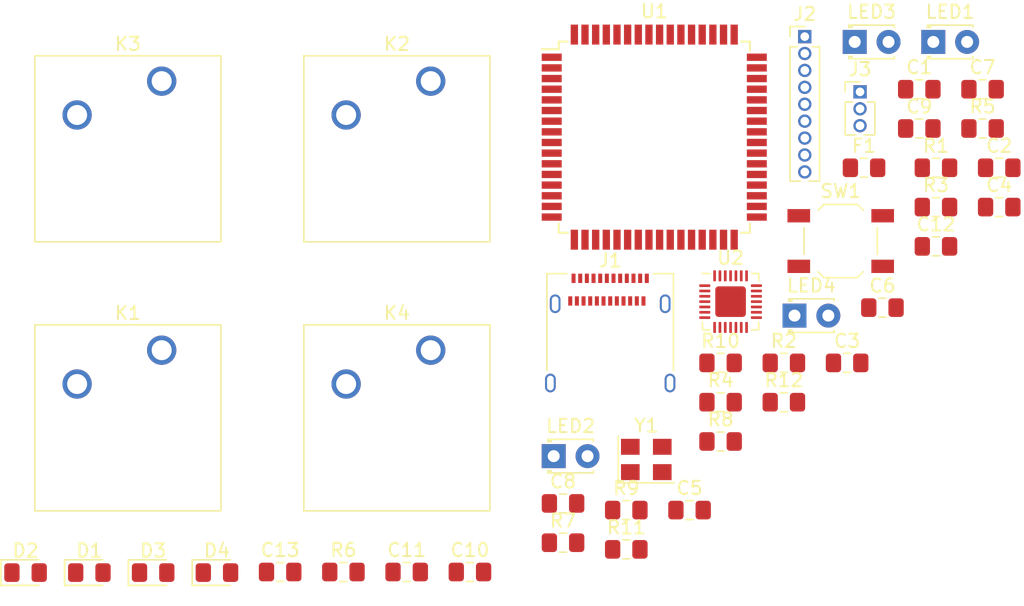
<source format=kicad_pcb>
(kicad_pcb (version 20171130) (host pcbnew "(5.1.4)-1")

  (general
    (thickness 1.6)
    (drawings 0)
    (tracks 0)
    (zones 0)
    (modules 45)
    (nets 96)
  )

  (page A4)
  (layers
    (0 F.Cu signal)
    (31 B.Cu signal)
    (32 B.Adhes user)
    (33 F.Adhes user)
    (34 B.Paste user)
    (35 F.Paste user)
    (36 B.SilkS user)
    (37 F.SilkS user)
    (38 B.Mask user)
    (39 F.Mask user)
    (40 Dwgs.User user)
    (41 Cmts.User user)
    (42 Eco1.User user)
    (43 Eco2.User user)
    (44 Edge.Cuts user)
    (45 Margin user)
    (46 B.CrtYd user)
    (47 F.CrtYd user)
    (48 B.Fab user)
    (49 F.Fab user)
  )

  (setup
    (last_trace_width 0.25)
    (trace_clearance 0.2)
    (zone_clearance 0.508)
    (zone_45_only no)
    (trace_min 0.2)
    (via_size 0.8)
    (via_drill 0.4)
    (via_min_size 0.4)
    (via_min_drill 0.3)
    (uvia_size 0.3)
    (uvia_drill 0.1)
    (uvias_allowed no)
    (uvia_min_size 0.2)
    (uvia_min_drill 0.1)
    (edge_width 0.05)
    (segment_width 0.2)
    (pcb_text_width 0.3)
    (pcb_text_size 1.5 1.5)
    (mod_edge_width 0.12)
    (mod_text_size 1 1)
    (mod_text_width 0.15)
    (pad_size 1.524 1.524)
    (pad_drill 0.762)
    (pad_to_mask_clearance 0.051)
    (solder_mask_min_width 0.25)
    (aux_axis_origin 0 0)
    (visible_elements FFFFFF7F)
    (pcbplotparams
      (layerselection 0x010fc_ffffffff)
      (usegerberextensions false)
      (usegerberattributes false)
      (usegerberadvancedattributes false)
      (creategerberjobfile false)
      (excludeedgelayer true)
      (linewidth 0.100000)
      (plotframeref false)
      (viasonmask false)
      (mode 1)
      (useauxorigin false)
      (hpglpennumber 1)
      (hpglpenspeed 20)
      (hpglpendiameter 15.000000)
      (psnegative false)
      (psa4output false)
      (plotreference true)
      (plotvalue true)
      (plotinvisibletext false)
      (padsonsilk false)
      (subtractmaskfromsilk false)
      (outputformat 1)
      (mirror false)
      (drillshape 1)
      (scaleselection 1)
      (outputdirectory ""))
  )

  (net 0 "")
  (net 1 GND)
  (net 2 /XTAL1)
  (net 3 /XTAL2)
  (net 4 "Net-(C3-Pad1)")
  (net 5 VCC)
  (net 6 /IN)
  (net 7 "Net-(C9-Pad1)")
  (net 8 "Net-(C10-Pad1)")
  (net 9 "Net-(D1-Pad2)")
  (net 10 /ROW0)
  (net 11 /ROW1)
  (net 12 "Net-(D2-Pad2)")
  (net 13 "Net-(D3-Pad2)")
  (net 14 "Net-(D4-Pad2)")
  (net 15 "Net-(F1-Pad2)")
  (net 16 "Net-(J1-PadA5)")
  (net 17 "Net-(J1-PadA6)")
  (net 18 "Net-(J1-PadA7)")
  (net 19 "Net-(J1-PadA8)")
  (net 20 "Net-(J1-PadB5)")
  (net 21 "Net-(J1-PadB8)")
  (net 22 /SCK)
  (net 23 /MISO)
  (net 24 /MOSI)
  (net 25 /CS)
  (net 26 /IRQ)
  (net 27 "Net-(J2-Pad6)")
  (net 28 /Reset)
  (net 29 /INTB)
  (net 30 /SDB)
  (net 31 /COL0)
  (net 32 /COL1)
  (net 33 /CA1)
  (net 34 /CA2)
  (net 35 "Net-(LED2-Pad2)")
  (net 36 /D+)
  (net 37 /D-)
  (net 38 "Net-(R5-Pad1)")
  (net 39 "Net-(R6-Pad1)")
  (net 40 /SDA)
  (net 41 "Net-(R11-Pad1)")
  (net 42 "Net-(R12-Pad1)")
  (net 43 "Net-(U1-Pad2)")
  (net 44 "Net-(U1-Pad9)")
  (net 45 "Net-(U1-Pad10)")
  (net 46 "Net-(U1-Pad15)")
  (net 47 "Net-(U1-Pad16)")
  (net 48 "Net-(U1-Pad17)")
  (net 49 "Net-(U1-Pad18)")
  (net 50 "Net-(U1-Pad19)")
  (net 51 "Net-(U1-Pad25)")
  (net 52 "Net-(U1-Pad27)")
  (net 53 "Net-(U1-Pad28)")
  (net 54 "Net-(U1-Pad30)")
  (net 55 "Net-(U1-Pad31)")
  (net 56 "Net-(U1-Pad32)")
  (net 57 "Net-(U1-Pad33)")
  (net 58 "Net-(U1-Pad34)")
  (net 59 "Net-(U1-Pad35)")
  (net 60 "Net-(U1-Pad36)")
  (net 61 "Net-(U1-Pad37)")
  (net 62 "Net-(U1-Pad38)")
  (net 63 "Net-(U1-Pad39)")
  (net 64 "Net-(U1-Pad40)")
  (net 65 "Net-(U1-Pad41)")
  (net 66 "Net-(U1-Pad42)")
  (net 67 "Net-(U1-Pad44)")
  (net 68 "Net-(U1-Pad45)")
  (net 69 "Net-(U1-Pad46)")
  (net 70 "Net-(U1-Pad47)")
  (net 71 "Net-(U1-Pad48)")
  (net 72 "Net-(U1-Pad49)")
  (net 73 "Net-(U1-Pad50)")
  (net 74 "Net-(U1-Pad51)")
  (net 75 "Net-(U1-Pad54)")
  (net 76 "Net-(U1-Pad55)")
  (net 77 "Net-(U1-Pad56)")
  (net 78 "Net-(U1-Pad57)")
  (net 79 "Net-(U1-Pad62)")
  (net 80 "Net-(U2-Pad1)")
  (net 81 "Net-(U2-Pad7)")
  (net 82 "Net-(U2-Pad8)")
  (net 83 "Net-(U2-Pad9)")
  (net 84 "Net-(U2-Pad10)")
  (net 85 "Net-(U2-Pad11)")
  (net 86 "Net-(U2-Pad12)")
  (net 87 "Net-(U2-Pad13)")
  (net 88 "Net-(U2-Pad14)")
  (net 89 "Net-(U2-Pad15)")
  (net 90 "Net-(U2-Pad23)")
  (net 91 "Net-(U2-Pad24)")
  (net 92 "Net-(U2-Pad25)")
  (net 93 "Net-(U2-Pad26)")
  (net 94 "Net-(U2-Pad27)")
  (net 95 "Net-(U2-Pad28)")

  (net_class Default "This is the default net class."
    (clearance 0.2)
    (trace_width 0.25)
    (via_dia 0.8)
    (via_drill 0.4)
    (uvia_dia 0.3)
    (uvia_drill 0.1)
    (add_net /CA1)
    (add_net /CA2)
    (add_net /COL0)
    (add_net /COL1)
    (add_net /CS)
    (add_net /D+)
    (add_net /D-)
    (add_net /IN)
    (add_net /INTB)
    (add_net /IRQ)
    (add_net /MISO)
    (add_net /MOSI)
    (add_net /ROW0)
    (add_net /ROW1)
    (add_net /Reset)
    (add_net /SCK)
    (add_net /SDA)
    (add_net /SDB)
    (add_net /XTAL1)
    (add_net /XTAL2)
    (add_net GND)
    (add_net "Net-(C10-Pad1)")
    (add_net "Net-(C3-Pad1)")
    (add_net "Net-(C9-Pad1)")
    (add_net "Net-(D1-Pad2)")
    (add_net "Net-(D2-Pad2)")
    (add_net "Net-(D3-Pad2)")
    (add_net "Net-(D4-Pad2)")
    (add_net "Net-(F1-Pad2)")
    (add_net "Net-(J1-PadA5)")
    (add_net "Net-(J1-PadA6)")
    (add_net "Net-(J1-PadA7)")
    (add_net "Net-(J1-PadA8)")
    (add_net "Net-(J1-PadB5)")
    (add_net "Net-(J1-PadB8)")
    (add_net "Net-(J2-Pad6)")
    (add_net "Net-(LED2-Pad2)")
    (add_net "Net-(R11-Pad1)")
    (add_net "Net-(R12-Pad1)")
    (add_net "Net-(R5-Pad1)")
    (add_net "Net-(R6-Pad1)")
    (add_net "Net-(U1-Pad10)")
    (add_net "Net-(U1-Pad15)")
    (add_net "Net-(U1-Pad16)")
    (add_net "Net-(U1-Pad17)")
    (add_net "Net-(U1-Pad18)")
    (add_net "Net-(U1-Pad19)")
    (add_net "Net-(U1-Pad2)")
    (add_net "Net-(U1-Pad25)")
    (add_net "Net-(U1-Pad27)")
    (add_net "Net-(U1-Pad28)")
    (add_net "Net-(U1-Pad30)")
    (add_net "Net-(U1-Pad31)")
    (add_net "Net-(U1-Pad32)")
    (add_net "Net-(U1-Pad33)")
    (add_net "Net-(U1-Pad34)")
    (add_net "Net-(U1-Pad35)")
    (add_net "Net-(U1-Pad36)")
    (add_net "Net-(U1-Pad37)")
    (add_net "Net-(U1-Pad38)")
    (add_net "Net-(U1-Pad39)")
    (add_net "Net-(U1-Pad40)")
    (add_net "Net-(U1-Pad41)")
    (add_net "Net-(U1-Pad42)")
    (add_net "Net-(U1-Pad44)")
    (add_net "Net-(U1-Pad45)")
    (add_net "Net-(U1-Pad46)")
    (add_net "Net-(U1-Pad47)")
    (add_net "Net-(U1-Pad48)")
    (add_net "Net-(U1-Pad49)")
    (add_net "Net-(U1-Pad50)")
    (add_net "Net-(U1-Pad51)")
    (add_net "Net-(U1-Pad54)")
    (add_net "Net-(U1-Pad55)")
    (add_net "Net-(U1-Pad56)")
    (add_net "Net-(U1-Pad57)")
    (add_net "Net-(U1-Pad62)")
    (add_net "Net-(U1-Pad9)")
    (add_net "Net-(U2-Pad1)")
    (add_net "Net-(U2-Pad10)")
    (add_net "Net-(U2-Pad11)")
    (add_net "Net-(U2-Pad12)")
    (add_net "Net-(U2-Pad13)")
    (add_net "Net-(U2-Pad14)")
    (add_net "Net-(U2-Pad15)")
    (add_net "Net-(U2-Pad23)")
    (add_net "Net-(U2-Pad24)")
    (add_net "Net-(U2-Pad25)")
    (add_net "Net-(U2-Pad26)")
    (add_net "Net-(U2-Pad27)")
    (add_net "Net-(U2-Pad28)")
    (add_net "Net-(U2-Pad7)")
    (add_net "Net-(U2-Pad8)")
    (add_net "Net-(U2-Pad9)")
    (add_net VCC)
  )

  (module Capacitor_SMD:C_0805_2012Metric_Pad1.15x1.40mm_HandSolder (layer F.Cu) (tedit 5B36C52B) (tstamp 5D6DDC4F)
    (at 161.025001 95.625001)
    (descr "Capacitor SMD 0805 (2012 Metric), square (rectangular) end terminal, IPC_7351 nominal with elongated pad for handsoldering. (Body size source: https://docs.google.com/spreadsheets/d/1BsfQQcO9C6DZCsRaXUlFlo91Tg2WpOkGARC1WS5S8t0/edit?usp=sharing), generated with kicad-footprint-generator")
    (tags "capacitor handsolder")
    (path /5D6FB225)
    (attr smd)
    (fp_text reference C1 (at 0 -1.65) (layer F.SilkS)
      (effects (font (size 1 1) (thickness 0.15)))
    )
    (fp_text value 22p (at 0 1.65) (layer F.Fab)
      (effects (font (size 1 1) (thickness 0.15)))
    )
    (fp_text user %R (at 0 0) (layer F.Fab)
      (effects (font (size 0.5 0.5) (thickness 0.08)))
    )
    (fp_line (start 1.85 0.95) (end -1.85 0.95) (layer F.CrtYd) (width 0.05))
    (fp_line (start 1.85 -0.95) (end 1.85 0.95) (layer F.CrtYd) (width 0.05))
    (fp_line (start -1.85 -0.95) (end 1.85 -0.95) (layer F.CrtYd) (width 0.05))
    (fp_line (start -1.85 0.95) (end -1.85 -0.95) (layer F.CrtYd) (width 0.05))
    (fp_line (start -0.261252 0.71) (end 0.261252 0.71) (layer F.SilkS) (width 0.12))
    (fp_line (start -0.261252 -0.71) (end 0.261252 -0.71) (layer F.SilkS) (width 0.12))
    (fp_line (start 1 0.6) (end -1 0.6) (layer F.Fab) (width 0.1))
    (fp_line (start 1 -0.6) (end 1 0.6) (layer F.Fab) (width 0.1))
    (fp_line (start -1 -0.6) (end 1 -0.6) (layer F.Fab) (width 0.1))
    (fp_line (start -1 0.6) (end -1 -0.6) (layer F.Fab) (width 0.1))
    (pad 2 smd roundrect (at 1.025 0) (size 1.15 1.4) (layers F.Cu F.Paste F.Mask) (roundrect_rratio 0.217391)
      (net 1 GND))
    (pad 1 smd roundrect (at -1.025 0) (size 1.15 1.4) (layers F.Cu F.Paste F.Mask) (roundrect_rratio 0.217391)
      (net 2 /XTAL1))
    (model ${KISYS3DMOD}/Capacitor_SMD.3dshapes/C_0805_2012Metric.wrl
      (at (xyz 0 0 0))
      (scale (xyz 1 1 1))
      (rotate (xyz 0 0 0))
    )
  )

  (module Capacitor_SMD:C_0805_2012Metric_Pad1.15x1.40mm_HandSolder (layer F.Cu) (tedit 5B36C52B) (tstamp 5D6DDC60)
    (at 167.025001 101.525001)
    (descr "Capacitor SMD 0805 (2012 Metric), square (rectangular) end terminal, IPC_7351 nominal with elongated pad for handsoldering. (Body size source: https://docs.google.com/spreadsheets/d/1BsfQQcO9C6DZCsRaXUlFlo91Tg2WpOkGARC1WS5S8t0/edit?usp=sharing), generated with kicad-footprint-generator")
    (tags "capacitor handsolder")
    (path /5D6F8CD2)
    (attr smd)
    (fp_text reference C2 (at 0 -1.65) (layer F.SilkS)
      (effects (font (size 1 1) (thickness 0.15)))
    )
    (fp_text value 22p (at 0 1.65) (layer F.Fab)
      (effects (font (size 1 1) (thickness 0.15)))
    )
    (fp_line (start -1 0.6) (end -1 -0.6) (layer F.Fab) (width 0.1))
    (fp_line (start -1 -0.6) (end 1 -0.6) (layer F.Fab) (width 0.1))
    (fp_line (start 1 -0.6) (end 1 0.6) (layer F.Fab) (width 0.1))
    (fp_line (start 1 0.6) (end -1 0.6) (layer F.Fab) (width 0.1))
    (fp_line (start -0.261252 -0.71) (end 0.261252 -0.71) (layer F.SilkS) (width 0.12))
    (fp_line (start -0.261252 0.71) (end 0.261252 0.71) (layer F.SilkS) (width 0.12))
    (fp_line (start -1.85 0.95) (end -1.85 -0.95) (layer F.CrtYd) (width 0.05))
    (fp_line (start -1.85 -0.95) (end 1.85 -0.95) (layer F.CrtYd) (width 0.05))
    (fp_line (start 1.85 -0.95) (end 1.85 0.95) (layer F.CrtYd) (width 0.05))
    (fp_line (start 1.85 0.95) (end -1.85 0.95) (layer F.CrtYd) (width 0.05))
    (fp_text user %R (at 0 0) (layer F.Fab)
      (effects (font (size 0.5 0.5) (thickness 0.08)))
    )
    (pad 1 smd roundrect (at -1.025 0) (size 1.15 1.4) (layers F.Cu F.Paste F.Mask) (roundrect_rratio 0.217391)
      (net 1 GND))
    (pad 2 smd roundrect (at 1.025 0) (size 1.15 1.4) (layers F.Cu F.Paste F.Mask) (roundrect_rratio 0.217391)
      (net 3 /XTAL2))
    (model ${KISYS3DMOD}/Capacitor_SMD.3dshapes/C_0805_2012Metric.wrl
      (at (xyz 0 0 0))
      (scale (xyz 1 1 1))
      (rotate (xyz 0 0 0))
    )
  )

  (module Capacitor_SMD:C_0805_2012Metric_Pad1.15x1.40mm_HandSolder (layer F.Cu) (tedit 5B36C52B) (tstamp 5D6DDC71)
    (at 155.605001 116.175001)
    (descr "Capacitor SMD 0805 (2012 Metric), square (rectangular) end terminal, IPC_7351 nominal with elongated pad for handsoldering. (Body size source: https://docs.google.com/spreadsheets/d/1BsfQQcO9C6DZCsRaXUlFlo91Tg2WpOkGARC1WS5S8t0/edit?usp=sharing), generated with kicad-footprint-generator")
    (tags "capacitor handsolder")
    (path /5D749628)
    (attr smd)
    (fp_text reference C3 (at 0 -1.65) (layer F.SilkS)
      (effects (font (size 1 1) (thickness 0.15)))
    )
    (fp_text value 1u (at 0 1.65) (layer F.Fab)
      (effects (font (size 1 1) (thickness 0.15)))
    )
    (fp_line (start -1 0.6) (end -1 -0.6) (layer F.Fab) (width 0.1))
    (fp_line (start -1 -0.6) (end 1 -0.6) (layer F.Fab) (width 0.1))
    (fp_line (start 1 -0.6) (end 1 0.6) (layer F.Fab) (width 0.1))
    (fp_line (start 1 0.6) (end -1 0.6) (layer F.Fab) (width 0.1))
    (fp_line (start -0.261252 -0.71) (end 0.261252 -0.71) (layer F.SilkS) (width 0.12))
    (fp_line (start -0.261252 0.71) (end 0.261252 0.71) (layer F.SilkS) (width 0.12))
    (fp_line (start -1.85 0.95) (end -1.85 -0.95) (layer F.CrtYd) (width 0.05))
    (fp_line (start -1.85 -0.95) (end 1.85 -0.95) (layer F.CrtYd) (width 0.05))
    (fp_line (start 1.85 -0.95) (end 1.85 0.95) (layer F.CrtYd) (width 0.05))
    (fp_line (start 1.85 0.95) (end -1.85 0.95) (layer F.CrtYd) (width 0.05))
    (fp_text user %R (at 0 0) (layer F.Fab)
      (effects (font (size 0.5 0.5) (thickness 0.08)))
    )
    (pad 1 smd roundrect (at -1.025 0) (size 1.15 1.4) (layers F.Cu F.Paste F.Mask) (roundrect_rratio 0.217391)
      (net 4 "Net-(C3-Pad1)"))
    (pad 2 smd roundrect (at 1.025 0) (size 1.15 1.4) (layers F.Cu F.Paste F.Mask) (roundrect_rratio 0.217391)
      (net 1 GND))
    (model ${KISYS3DMOD}/Capacitor_SMD.3dshapes/C_0805_2012Metric.wrl
      (at (xyz 0 0 0))
      (scale (xyz 1 1 1))
      (rotate (xyz 0 0 0))
    )
  )

  (module Capacitor_SMD:C_0805_2012Metric_Pad1.15x1.40mm_HandSolder (layer F.Cu) (tedit 5B36C52B) (tstamp 5D6DDC82)
    (at 167.025001 104.475001)
    (descr "Capacitor SMD 0805 (2012 Metric), square (rectangular) end terminal, IPC_7351 nominal with elongated pad for handsoldering. (Body size source: https://docs.google.com/spreadsheets/d/1BsfQQcO9C6DZCsRaXUlFlo91Tg2WpOkGARC1WS5S8t0/edit?usp=sharing), generated with kicad-footprint-generator")
    (tags "capacitor handsolder")
    (path /5D7CABEE)
    (attr smd)
    (fp_text reference C4 (at 0 -1.65) (layer F.SilkS)
      (effects (font (size 1 1) (thickness 0.15)))
    )
    (fp_text value 0.1u (at 0 1.65) (layer F.Fab)
      (effects (font (size 1 1) (thickness 0.15)))
    )
    (fp_line (start -1 0.6) (end -1 -0.6) (layer F.Fab) (width 0.1))
    (fp_line (start -1 -0.6) (end 1 -0.6) (layer F.Fab) (width 0.1))
    (fp_line (start 1 -0.6) (end 1 0.6) (layer F.Fab) (width 0.1))
    (fp_line (start 1 0.6) (end -1 0.6) (layer F.Fab) (width 0.1))
    (fp_line (start -0.261252 -0.71) (end 0.261252 -0.71) (layer F.SilkS) (width 0.12))
    (fp_line (start -0.261252 0.71) (end 0.261252 0.71) (layer F.SilkS) (width 0.12))
    (fp_line (start -1.85 0.95) (end -1.85 -0.95) (layer F.CrtYd) (width 0.05))
    (fp_line (start -1.85 -0.95) (end 1.85 -0.95) (layer F.CrtYd) (width 0.05))
    (fp_line (start 1.85 -0.95) (end 1.85 0.95) (layer F.CrtYd) (width 0.05))
    (fp_line (start 1.85 0.95) (end -1.85 0.95) (layer F.CrtYd) (width 0.05))
    (fp_text user %R (at 0 0) (layer F.Fab)
      (effects (font (size 0.5 0.5) (thickness 0.08)))
    )
    (pad 1 smd roundrect (at -1.025 0) (size 1.15 1.4) (layers F.Cu F.Paste F.Mask) (roundrect_rratio 0.217391)
      (net 5 VCC))
    (pad 2 smd roundrect (at 1.025 0) (size 1.15 1.4) (layers F.Cu F.Paste F.Mask) (roundrect_rratio 0.217391)
      (net 1 GND))
    (model ${KISYS3DMOD}/Capacitor_SMD.3dshapes/C_0805_2012Metric.wrl
      (at (xyz 0 0 0))
      (scale (xyz 1 1 1))
      (rotate (xyz 0 0 0))
    )
  )

  (module Capacitor_SMD:C_0805_2012Metric_Pad1.15x1.40mm_HandSolder (layer F.Cu) (tedit 5B36C52B) (tstamp 5D6DDC93)
    (at 143.775001 127.225001)
    (descr "Capacitor SMD 0805 (2012 Metric), square (rectangular) end terminal, IPC_7351 nominal with elongated pad for handsoldering. (Body size source: https://docs.google.com/spreadsheets/d/1BsfQQcO9C6DZCsRaXUlFlo91Tg2WpOkGARC1WS5S8t0/edit?usp=sharing), generated with kicad-footprint-generator")
    (tags "capacitor handsolder")
    (path /5D7C9575)
    (attr smd)
    (fp_text reference C5 (at 0 -1.65) (layer F.SilkS)
      (effects (font (size 1 1) (thickness 0.15)))
    )
    (fp_text value 0.1u (at 0 1.65) (layer F.Fab)
      (effects (font (size 1 1) (thickness 0.15)))
    )
    (fp_line (start -1 0.6) (end -1 -0.6) (layer F.Fab) (width 0.1))
    (fp_line (start -1 -0.6) (end 1 -0.6) (layer F.Fab) (width 0.1))
    (fp_line (start 1 -0.6) (end 1 0.6) (layer F.Fab) (width 0.1))
    (fp_line (start 1 0.6) (end -1 0.6) (layer F.Fab) (width 0.1))
    (fp_line (start -0.261252 -0.71) (end 0.261252 -0.71) (layer F.SilkS) (width 0.12))
    (fp_line (start -0.261252 0.71) (end 0.261252 0.71) (layer F.SilkS) (width 0.12))
    (fp_line (start -1.85 0.95) (end -1.85 -0.95) (layer F.CrtYd) (width 0.05))
    (fp_line (start -1.85 -0.95) (end 1.85 -0.95) (layer F.CrtYd) (width 0.05))
    (fp_line (start 1.85 -0.95) (end 1.85 0.95) (layer F.CrtYd) (width 0.05))
    (fp_line (start 1.85 0.95) (end -1.85 0.95) (layer F.CrtYd) (width 0.05))
    (fp_text user %R (at 0 0) (layer F.Fab)
      (effects (font (size 0.5 0.5) (thickness 0.08)))
    )
    (pad 1 smd roundrect (at -1.025 0) (size 1.15 1.4) (layers F.Cu F.Paste F.Mask) (roundrect_rratio 0.217391)
      (net 5 VCC))
    (pad 2 smd roundrect (at 1.025 0) (size 1.15 1.4) (layers F.Cu F.Paste F.Mask) (roundrect_rratio 0.217391)
      (net 1 GND))
    (model ${KISYS3DMOD}/Capacitor_SMD.3dshapes/C_0805_2012Metric.wrl
      (at (xyz 0 0 0))
      (scale (xyz 1 1 1))
      (rotate (xyz 0 0 0))
    )
  )

  (module Capacitor_SMD:C_0805_2012Metric_Pad1.15x1.40mm_HandSolder (layer F.Cu) (tedit 5B36C52B) (tstamp 5D6DDCA4)
    (at 158.255001 112.025001)
    (descr "Capacitor SMD 0805 (2012 Metric), square (rectangular) end terminal, IPC_7351 nominal with elongated pad for handsoldering. (Body size source: https://docs.google.com/spreadsheets/d/1BsfQQcO9C6DZCsRaXUlFlo91Tg2WpOkGARC1WS5S8t0/edit?usp=sharing), generated with kicad-footprint-generator")
    (tags "capacitor handsolder")
    (path /5D7C6464)
    (attr smd)
    (fp_text reference C6 (at 0 -1.65) (layer F.SilkS)
      (effects (font (size 1 1) (thickness 0.15)))
    )
    (fp_text value 0.1u (at 0 1.65) (layer F.Fab)
      (effects (font (size 1 1) (thickness 0.15)))
    )
    (fp_line (start -1 0.6) (end -1 -0.6) (layer F.Fab) (width 0.1))
    (fp_line (start -1 -0.6) (end 1 -0.6) (layer F.Fab) (width 0.1))
    (fp_line (start 1 -0.6) (end 1 0.6) (layer F.Fab) (width 0.1))
    (fp_line (start 1 0.6) (end -1 0.6) (layer F.Fab) (width 0.1))
    (fp_line (start -0.261252 -0.71) (end 0.261252 -0.71) (layer F.SilkS) (width 0.12))
    (fp_line (start -0.261252 0.71) (end 0.261252 0.71) (layer F.SilkS) (width 0.12))
    (fp_line (start -1.85 0.95) (end -1.85 -0.95) (layer F.CrtYd) (width 0.05))
    (fp_line (start -1.85 -0.95) (end 1.85 -0.95) (layer F.CrtYd) (width 0.05))
    (fp_line (start 1.85 -0.95) (end 1.85 0.95) (layer F.CrtYd) (width 0.05))
    (fp_line (start 1.85 0.95) (end -1.85 0.95) (layer F.CrtYd) (width 0.05))
    (fp_text user %R (at 0 0) (layer F.Fab)
      (effects (font (size 0.5 0.5) (thickness 0.08)))
    )
    (pad 1 smd roundrect (at -1.025 0) (size 1.15 1.4) (layers F.Cu F.Paste F.Mask) (roundrect_rratio 0.217391)
      (net 5 VCC))
    (pad 2 smd roundrect (at 1.025 0) (size 1.15 1.4) (layers F.Cu F.Paste F.Mask) (roundrect_rratio 0.217391)
      (net 1 GND))
    (model ${KISYS3DMOD}/Capacitor_SMD.3dshapes/C_0805_2012Metric.wrl
      (at (xyz 0 0 0))
      (scale (xyz 1 1 1))
      (rotate (xyz 0 0 0))
    )
  )

  (module Capacitor_SMD:C_0805_2012Metric_Pad1.15x1.40mm_HandSolder (layer F.Cu) (tedit 5B36C52B) (tstamp 5D6DDCB5)
    (at 165.775001 95.625001)
    (descr "Capacitor SMD 0805 (2012 Metric), square (rectangular) end terminal, IPC_7351 nominal with elongated pad for handsoldering. (Body size source: https://docs.google.com/spreadsheets/d/1BsfQQcO9C6DZCsRaXUlFlo91Tg2WpOkGARC1WS5S8t0/edit?usp=sharing), generated with kicad-footprint-generator")
    (tags "capacitor handsolder")
    (path /5D7C6949)
    (attr smd)
    (fp_text reference C7 (at 0 -1.65) (layer F.SilkS)
      (effects (font (size 1 1) (thickness 0.15)))
    )
    (fp_text value 0.1u (at 0 1.65) (layer F.Fab)
      (effects (font (size 1 1) (thickness 0.15)))
    )
    (fp_text user %R (at 0 0) (layer F.Fab)
      (effects (font (size 0.5 0.5) (thickness 0.08)))
    )
    (fp_line (start 1.85 0.95) (end -1.85 0.95) (layer F.CrtYd) (width 0.05))
    (fp_line (start 1.85 -0.95) (end 1.85 0.95) (layer F.CrtYd) (width 0.05))
    (fp_line (start -1.85 -0.95) (end 1.85 -0.95) (layer F.CrtYd) (width 0.05))
    (fp_line (start -1.85 0.95) (end -1.85 -0.95) (layer F.CrtYd) (width 0.05))
    (fp_line (start -0.261252 0.71) (end 0.261252 0.71) (layer F.SilkS) (width 0.12))
    (fp_line (start -0.261252 -0.71) (end 0.261252 -0.71) (layer F.SilkS) (width 0.12))
    (fp_line (start 1 0.6) (end -1 0.6) (layer F.Fab) (width 0.1))
    (fp_line (start 1 -0.6) (end 1 0.6) (layer F.Fab) (width 0.1))
    (fp_line (start -1 -0.6) (end 1 -0.6) (layer F.Fab) (width 0.1))
    (fp_line (start -1 0.6) (end -1 -0.6) (layer F.Fab) (width 0.1))
    (pad 2 smd roundrect (at 1.025 0) (size 1.15 1.4) (layers F.Cu F.Paste F.Mask) (roundrect_rratio 0.217391)
      (net 1 GND))
    (pad 1 smd roundrect (at -1.025 0) (size 1.15 1.4) (layers F.Cu F.Paste F.Mask) (roundrect_rratio 0.217391)
      (net 5 VCC))
    (model ${KISYS3DMOD}/Capacitor_SMD.3dshapes/C_0805_2012Metric.wrl
      (at (xyz 0 0 0))
      (scale (xyz 1 1 1))
      (rotate (xyz 0 0 0))
    )
  )

  (module Capacitor_SMD:C_0805_2012Metric_Pad1.15x1.40mm_HandSolder (layer F.Cu) (tedit 5B36C52B) (tstamp 5D6DDCC6)
    (at 134.275001 126.725001)
    (descr "Capacitor SMD 0805 (2012 Metric), square (rectangular) end terminal, IPC_7351 nominal with elongated pad for handsoldering. (Body size source: https://docs.google.com/spreadsheets/d/1BsfQQcO9C6DZCsRaXUlFlo91Tg2WpOkGARC1WS5S8t0/edit?usp=sharing), generated with kicad-footprint-generator")
    (tags "capacitor handsolder")
    (path /5D7C957B)
    (attr smd)
    (fp_text reference C8 (at 0 -1.65) (layer F.SilkS)
      (effects (font (size 1 1) (thickness 0.15)))
    )
    (fp_text value 4.7u (at 0 1.65) (layer F.Fab)
      (effects (font (size 1 1) (thickness 0.15)))
    )
    (fp_text user %R (at 0 0) (layer F.Fab)
      (effects (font (size 0.5 0.5) (thickness 0.08)))
    )
    (fp_line (start 1.85 0.95) (end -1.85 0.95) (layer F.CrtYd) (width 0.05))
    (fp_line (start 1.85 -0.95) (end 1.85 0.95) (layer F.CrtYd) (width 0.05))
    (fp_line (start -1.85 -0.95) (end 1.85 -0.95) (layer F.CrtYd) (width 0.05))
    (fp_line (start -1.85 0.95) (end -1.85 -0.95) (layer F.CrtYd) (width 0.05))
    (fp_line (start -0.261252 0.71) (end 0.261252 0.71) (layer F.SilkS) (width 0.12))
    (fp_line (start -0.261252 -0.71) (end 0.261252 -0.71) (layer F.SilkS) (width 0.12))
    (fp_line (start 1 0.6) (end -1 0.6) (layer F.Fab) (width 0.1))
    (fp_line (start 1 -0.6) (end 1 0.6) (layer F.Fab) (width 0.1))
    (fp_line (start -1 -0.6) (end 1 -0.6) (layer F.Fab) (width 0.1))
    (fp_line (start -1 0.6) (end -1 -0.6) (layer F.Fab) (width 0.1))
    (pad 2 smd roundrect (at 1.025 0) (size 1.15 1.4) (layers F.Cu F.Paste F.Mask) (roundrect_rratio 0.217391)
      (net 1 GND))
    (pad 1 smd roundrect (at -1.025 0) (size 1.15 1.4) (layers F.Cu F.Paste F.Mask) (roundrect_rratio 0.217391)
      (net 5 VCC))
    (model ${KISYS3DMOD}/Capacitor_SMD.3dshapes/C_0805_2012Metric.wrl
      (at (xyz 0 0 0))
      (scale (xyz 1 1 1))
      (rotate (xyz 0 0 0))
    )
  )

  (module Capacitor_SMD:C_0805_2012Metric_Pad1.15x1.40mm_HandSolder (layer F.Cu) (tedit 5B36C52B) (tstamp 5D6DDCD7)
    (at 161.025001 98.575001)
    (descr "Capacitor SMD 0805 (2012 Metric), square (rectangular) end terminal, IPC_7351 nominal with elongated pad for handsoldering. (Body size source: https://docs.google.com/spreadsheets/d/1BsfQQcO9C6DZCsRaXUlFlo91Tg2WpOkGARC1WS5S8t0/edit?usp=sharing), generated with kicad-footprint-generator")
    (tags "capacitor handsolder")
    (path /5D7836BE)
    (attr smd)
    (fp_text reference C9 (at 0 -1.65) (layer F.SilkS)
      (effects (font (size 1 1) (thickness 0.15)))
    )
    (fp_text value 0.22u (at 0 1.65) (layer F.Fab)
      (effects (font (size 1 1) (thickness 0.15)))
    )
    (fp_text user %R (at 0 0) (layer F.Fab)
      (effects (font (size 0.5 0.5) (thickness 0.08)))
    )
    (fp_line (start 1.85 0.95) (end -1.85 0.95) (layer F.CrtYd) (width 0.05))
    (fp_line (start 1.85 -0.95) (end 1.85 0.95) (layer F.CrtYd) (width 0.05))
    (fp_line (start -1.85 -0.95) (end 1.85 -0.95) (layer F.CrtYd) (width 0.05))
    (fp_line (start -1.85 0.95) (end -1.85 -0.95) (layer F.CrtYd) (width 0.05))
    (fp_line (start -0.261252 0.71) (end 0.261252 0.71) (layer F.SilkS) (width 0.12))
    (fp_line (start -0.261252 -0.71) (end 0.261252 -0.71) (layer F.SilkS) (width 0.12))
    (fp_line (start 1 0.6) (end -1 0.6) (layer F.Fab) (width 0.1))
    (fp_line (start 1 -0.6) (end 1 0.6) (layer F.Fab) (width 0.1))
    (fp_line (start -1 -0.6) (end 1 -0.6) (layer F.Fab) (width 0.1))
    (fp_line (start -1 0.6) (end -1 -0.6) (layer F.Fab) (width 0.1))
    (pad 2 smd roundrect (at 1.025 0) (size 1.15 1.4) (layers F.Cu F.Paste F.Mask) (roundrect_rratio 0.217391)
      (net 6 /IN))
    (pad 1 smd roundrect (at -1.025 0) (size 1.15 1.4) (layers F.Cu F.Paste F.Mask) (roundrect_rratio 0.217391)
      (net 7 "Net-(C9-Pad1)"))
    (model ${KISYS3DMOD}/Capacitor_SMD.3dshapes/C_0805_2012Metric.wrl
      (at (xyz 0 0 0))
      (scale (xyz 1 1 1))
      (rotate (xyz 0 0 0))
    )
  )

  (module Capacitor_SMD:C_0805_2012Metric_Pad1.15x1.40mm_HandSolder (layer F.Cu) (tedit 5B36C52B) (tstamp 5D6DDCE8)
    (at 127.285001 131.875001)
    (descr "Capacitor SMD 0805 (2012 Metric), square (rectangular) end terminal, IPC_7351 nominal with elongated pad for handsoldering. (Body size source: https://docs.google.com/spreadsheets/d/1BsfQQcO9C6DZCsRaXUlFlo91Tg2WpOkGARC1WS5S8t0/edit?usp=sharing), generated with kicad-footprint-generator")
    (tags "capacitor handsolder")
    (path /5D7B0B09)
    (attr smd)
    (fp_text reference C10 (at 0 -1.65) (layer F.SilkS)
      (effects (font (size 1 1) (thickness 0.15)))
    )
    (fp_text value 0.1u (at 0 1.65) (layer F.Fab)
      (effects (font (size 1 1) (thickness 0.15)))
    )
    (fp_line (start -1 0.6) (end -1 -0.6) (layer F.Fab) (width 0.1))
    (fp_line (start -1 -0.6) (end 1 -0.6) (layer F.Fab) (width 0.1))
    (fp_line (start 1 -0.6) (end 1 0.6) (layer F.Fab) (width 0.1))
    (fp_line (start 1 0.6) (end -1 0.6) (layer F.Fab) (width 0.1))
    (fp_line (start -0.261252 -0.71) (end 0.261252 -0.71) (layer F.SilkS) (width 0.12))
    (fp_line (start -0.261252 0.71) (end 0.261252 0.71) (layer F.SilkS) (width 0.12))
    (fp_line (start -1.85 0.95) (end -1.85 -0.95) (layer F.CrtYd) (width 0.05))
    (fp_line (start -1.85 -0.95) (end 1.85 -0.95) (layer F.CrtYd) (width 0.05))
    (fp_line (start 1.85 -0.95) (end 1.85 0.95) (layer F.CrtYd) (width 0.05))
    (fp_line (start 1.85 0.95) (end -1.85 0.95) (layer F.CrtYd) (width 0.05))
    (fp_text user %R (at 0 0) (layer F.Fab)
      (effects (font (size 0.5 0.5) (thickness 0.08)))
    )
    (pad 1 smd roundrect (at -1.025 0) (size 1.15 1.4) (layers F.Cu F.Paste F.Mask) (roundrect_rratio 0.217391)
      (net 8 "Net-(C10-Pad1)"))
    (pad 2 smd roundrect (at 1.025 0) (size 1.15 1.4) (layers F.Cu F.Paste F.Mask) (roundrect_rratio 0.217391)
      (net 1 GND))
    (model ${KISYS3DMOD}/Capacitor_SMD.3dshapes/C_0805_2012Metric.wrl
      (at (xyz 0 0 0))
      (scale (xyz 1 1 1))
      (rotate (xyz 0 0 0))
    )
  )

  (module Capacitor_SMD:C_0805_2012Metric_Pad1.15x1.40mm_HandSolder (layer F.Cu) (tedit 5B36C52B) (tstamp 5D6DDCF9)
    (at 122.535001 131.875001)
    (descr "Capacitor SMD 0805 (2012 Metric), square (rectangular) end terminal, IPC_7351 nominal with elongated pad for handsoldering. (Body size source: https://docs.google.com/spreadsheets/d/1BsfQQcO9C6DZCsRaXUlFlo91Tg2WpOkGARC1WS5S8t0/edit?usp=sharing), generated with kicad-footprint-generator")
    (tags "capacitor handsolder")
    (path /5D7C6935)
    (attr smd)
    (fp_text reference C11 (at 0 -1.65) (layer F.SilkS)
      (effects (font (size 1 1) (thickness 0.15)))
    )
    (fp_text value 10u (at 0 1.65) (layer F.Fab)
      (effects (font (size 1 1) (thickness 0.15)))
    )
    (fp_text user %R (at 0 0) (layer F.Fab)
      (effects (font (size 0.5 0.5) (thickness 0.08)))
    )
    (fp_line (start 1.85 0.95) (end -1.85 0.95) (layer F.CrtYd) (width 0.05))
    (fp_line (start 1.85 -0.95) (end 1.85 0.95) (layer F.CrtYd) (width 0.05))
    (fp_line (start -1.85 -0.95) (end 1.85 -0.95) (layer F.CrtYd) (width 0.05))
    (fp_line (start -1.85 0.95) (end -1.85 -0.95) (layer F.CrtYd) (width 0.05))
    (fp_line (start -0.261252 0.71) (end 0.261252 0.71) (layer F.SilkS) (width 0.12))
    (fp_line (start -0.261252 -0.71) (end 0.261252 -0.71) (layer F.SilkS) (width 0.12))
    (fp_line (start 1 0.6) (end -1 0.6) (layer F.Fab) (width 0.1))
    (fp_line (start 1 -0.6) (end 1 0.6) (layer F.Fab) (width 0.1))
    (fp_line (start -1 -0.6) (end 1 -0.6) (layer F.Fab) (width 0.1))
    (fp_line (start -1 0.6) (end -1 -0.6) (layer F.Fab) (width 0.1))
    (pad 2 smd roundrect (at 1.025 0) (size 1.15 1.4) (layers F.Cu F.Paste F.Mask) (roundrect_rratio 0.217391)
      (net 5 VCC))
    (pad 1 smd roundrect (at -1.025 0) (size 1.15 1.4) (layers F.Cu F.Paste F.Mask) (roundrect_rratio 0.217391)
      (net 1 GND))
    (model ${KISYS3DMOD}/Capacitor_SMD.3dshapes/C_0805_2012Metric.wrl
      (at (xyz 0 0 0))
      (scale (xyz 1 1 1))
      (rotate (xyz 0 0 0))
    )
  )

  (module Capacitor_SMD:C_0805_2012Metric_Pad1.15x1.40mm_HandSolder (layer F.Cu) (tedit 5B36C52B) (tstamp 5D6DDD0A)
    (at 162.275001 107.425001)
    (descr "Capacitor SMD 0805 (2012 Metric), square (rectangular) end terminal, IPC_7351 nominal with elongated pad for handsoldering. (Body size source: https://docs.google.com/spreadsheets/d/1BsfQQcO9C6DZCsRaXUlFlo91Tg2WpOkGARC1WS5S8t0/edit?usp=sharing), generated with kicad-footprint-generator")
    (tags "capacitor handsolder")
    (path /5D7C7FF5)
    (attr smd)
    (fp_text reference C12 (at 0 -1.65) (layer F.SilkS)
      (effects (font (size 1 1) (thickness 0.15)))
    )
    (fp_text value 10u (at 0 1.65) (layer F.Fab)
      (effects (font (size 1 1) (thickness 0.15)))
    )
    (fp_line (start -1 0.6) (end -1 -0.6) (layer F.Fab) (width 0.1))
    (fp_line (start -1 -0.6) (end 1 -0.6) (layer F.Fab) (width 0.1))
    (fp_line (start 1 -0.6) (end 1 0.6) (layer F.Fab) (width 0.1))
    (fp_line (start 1 0.6) (end -1 0.6) (layer F.Fab) (width 0.1))
    (fp_line (start -0.261252 -0.71) (end 0.261252 -0.71) (layer F.SilkS) (width 0.12))
    (fp_line (start -0.261252 0.71) (end 0.261252 0.71) (layer F.SilkS) (width 0.12))
    (fp_line (start -1.85 0.95) (end -1.85 -0.95) (layer F.CrtYd) (width 0.05))
    (fp_line (start -1.85 -0.95) (end 1.85 -0.95) (layer F.CrtYd) (width 0.05))
    (fp_line (start 1.85 -0.95) (end 1.85 0.95) (layer F.CrtYd) (width 0.05))
    (fp_line (start 1.85 0.95) (end -1.85 0.95) (layer F.CrtYd) (width 0.05))
    (fp_text user %R (at 0 0) (layer F.Fab)
      (effects (font (size 0.5 0.5) (thickness 0.08)))
    )
    (pad 1 smd roundrect (at -1.025 0) (size 1.15 1.4) (layers F.Cu F.Paste F.Mask) (roundrect_rratio 0.217391)
      (net 1 GND))
    (pad 2 smd roundrect (at 1.025 0) (size 1.15 1.4) (layers F.Cu F.Paste F.Mask) (roundrect_rratio 0.217391)
      (net 5 VCC))
    (model ${KISYS3DMOD}/Capacitor_SMD.3dshapes/C_0805_2012Metric.wrl
      (at (xyz 0 0 0))
      (scale (xyz 1 1 1))
      (rotate (xyz 0 0 0))
    )
  )

  (module Capacitor_SMD:C_0805_2012Metric_Pad1.15x1.40mm_HandSolder (layer F.Cu) (tedit 5B36C52B) (tstamp 5D6DDD1B)
    (at 113.035001 131.875001)
    (descr "Capacitor SMD 0805 (2012 Metric), square (rectangular) end terminal, IPC_7351 nominal with elongated pad for handsoldering. (Body size source: https://docs.google.com/spreadsheets/d/1BsfQQcO9C6DZCsRaXUlFlo91Tg2WpOkGARC1WS5S8t0/edit?usp=sharing), generated with kicad-footprint-generator")
    (tags "capacitor handsolder")
    (path /5D7CD004)
    (attr smd)
    (fp_text reference C13 (at 0 -1.65) (layer F.SilkS)
      (effects (font (size 1 1) (thickness 0.15)))
    )
    (fp_text value 0.1u (at 0 1.65) (layer F.Fab)
      (effects (font (size 1 1) (thickness 0.15)))
    )
    (fp_text user %R (at 0 0) (layer F.Fab)
      (effects (font (size 0.5 0.5) (thickness 0.08)))
    )
    (fp_line (start 1.85 0.95) (end -1.85 0.95) (layer F.CrtYd) (width 0.05))
    (fp_line (start 1.85 -0.95) (end 1.85 0.95) (layer F.CrtYd) (width 0.05))
    (fp_line (start -1.85 -0.95) (end 1.85 -0.95) (layer F.CrtYd) (width 0.05))
    (fp_line (start -1.85 0.95) (end -1.85 -0.95) (layer F.CrtYd) (width 0.05))
    (fp_line (start -0.261252 0.71) (end 0.261252 0.71) (layer F.SilkS) (width 0.12))
    (fp_line (start -0.261252 -0.71) (end 0.261252 -0.71) (layer F.SilkS) (width 0.12))
    (fp_line (start 1 0.6) (end -1 0.6) (layer F.Fab) (width 0.1))
    (fp_line (start 1 -0.6) (end 1 0.6) (layer F.Fab) (width 0.1))
    (fp_line (start -1 -0.6) (end 1 -0.6) (layer F.Fab) (width 0.1))
    (fp_line (start -1 0.6) (end -1 -0.6) (layer F.Fab) (width 0.1))
    (pad 2 smd roundrect (at 1.025 0) (size 1.15 1.4) (layers F.Cu F.Paste F.Mask) (roundrect_rratio 0.217391)
      (net 5 VCC))
    (pad 1 smd roundrect (at -1.025 0) (size 1.15 1.4) (layers F.Cu F.Paste F.Mask) (roundrect_rratio 0.217391)
      (net 1 GND))
    (model ${KISYS3DMOD}/Capacitor_SMD.3dshapes/C_0805_2012Metric.wrl
      (at (xyz 0 0 0))
      (scale (xyz 1 1 1))
      (rotate (xyz 0 0 0))
    )
  )

  (module Diode_SMD:D_0805_2012Metric_Pad1.15x1.40mm_HandSolder (layer F.Cu) (tedit 5B4B45C8) (tstamp 5D6DDD2E)
    (at 98.710001 131.920001)
    (descr "Diode SMD 0805 (2012 Metric), square (rectangular) end terminal, IPC_7351 nominal, (Body size source: https://docs.google.com/spreadsheets/d/1BsfQQcO9C6DZCsRaXUlFlo91Tg2WpOkGARC1WS5S8t0/edit?usp=sharing), generated with kicad-footprint-generator")
    (tags "diode handsolder")
    (path /5DC2A06F)
    (attr smd)
    (fp_text reference D1 (at 0 -1.65) (layer F.SilkS)
      (effects (font (size 1 1) (thickness 0.15)))
    )
    (fp_text value D (at 0 1.65) (layer F.Fab)
      (effects (font (size 1 1) (thickness 0.15)))
    )
    (fp_text user %R (at 0 0) (layer F.Fab)
      (effects (font (size 0.5 0.5) (thickness 0.08)))
    )
    (fp_line (start 1.85 0.95) (end -1.85 0.95) (layer F.CrtYd) (width 0.05))
    (fp_line (start 1.85 -0.95) (end 1.85 0.95) (layer F.CrtYd) (width 0.05))
    (fp_line (start -1.85 -0.95) (end 1.85 -0.95) (layer F.CrtYd) (width 0.05))
    (fp_line (start -1.85 0.95) (end -1.85 -0.95) (layer F.CrtYd) (width 0.05))
    (fp_line (start -1.86 0.96) (end 1 0.96) (layer F.SilkS) (width 0.12))
    (fp_line (start -1.86 -0.96) (end -1.86 0.96) (layer F.SilkS) (width 0.12))
    (fp_line (start 1 -0.96) (end -1.86 -0.96) (layer F.SilkS) (width 0.12))
    (fp_line (start 1 0.6) (end 1 -0.6) (layer F.Fab) (width 0.1))
    (fp_line (start -1 0.6) (end 1 0.6) (layer F.Fab) (width 0.1))
    (fp_line (start -1 -0.3) (end -1 0.6) (layer F.Fab) (width 0.1))
    (fp_line (start -0.7 -0.6) (end -1 -0.3) (layer F.Fab) (width 0.1))
    (fp_line (start 1 -0.6) (end -0.7 -0.6) (layer F.Fab) (width 0.1))
    (pad 2 smd roundrect (at 1.025 0) (size 1.15 1.4) (layers F.Cu F.Paste F.Mask) (roundrect_rratio 0.217391)
      (net 9 "Net-(D1-Pad2)"))
    (pad 1 smd roundrect (at -1.025 0) (size 1.15 1.4) (layers F.Cu F.Paste F.Mask) (roundrect_rratio 0.217391)
      (net 10 /ROW0))
    (model ${KISYS3DMOD}/Diode_SMD.3dshapes/D_0805_2012Metric.wrl
      (at (xyz 0 0 0))
      (scale (xyz 1 1 1))
      (rotate (xyz 0 0 0))
    )
  )

  (module Diode_SMD:D_0805_2012Metric_Pad1.15x1.40mm_HandSolder (layer F.Cu) (tedit 5B4B45C8) (tstamp 5D6DDD41)
    (at 93.920001 131.920001)
    (descr "Diode SMD 0805 (2012 Metric), square (rectangular) end terminal, IPC_7351 nominal, (Body size source: https://docs.google.com/spreadsheets/d/1BsfQQcO9C6DZCsRaXUlFlo91Tg2WpOkGARC1WS5S8t0/edit?usp=sharing), generated with kicad-footprint-generator")
    (tags "diode handsolder")
    (path /5DC2B271)
    (attr smd)
    (fp_text reference D2 (at 0 -1.65) (layer F.SilkS)
      (effects (font (size 1 1) (thickness 0.15)))
    )
    (fp_text value D (at 0 1.65) (layer F.Fab)
      (effects (font (size 1 1) (thickness 0.15)))
    )
    (fp_line (start 1 -0.6) (end -0.7 -0.6) (layer F.Fab) (width 0.1))
    (fp_line (start -0.7 -0.6) (end -1 -0.3) (layer F.Fab) (width 0.1))
    (fp_line (start -1 -0.3) (end -1 0.6) (layer F.Fab) (width 0.1))
    (fp_line (start -1 0.6) (end 1 0.6) (layer F.Fab) (width 0.1))
    (fp_line (start 1 0.6) (end 1 -0.6) (layer F.Fab) (width 0.1))
    (fp_line (start 1 -0.96) (end -1.86 -0.96) (layer F.SilkS) (width 0.12))
    (fp_line (start -1.86 -0.96) (end -1.86 0.96) (layer F.SilkS) (width 0.12))
    (fp_line (start -1.86 0.96) (end 1 0.96) (layer F.SilkS) (width 0.12))
    (fp_line (start -1.85 0.95) (end -1.85 -0.95) (layer F.CrtYd) (width 0.05))
    (fp_line (start -1.85 -0.95) (end 1.85 -0.95) (layer F.CrtYd) (width 0.05))
    (fp_line (start 1.85 -0.95) (end 1.85 0.95) (layer F.CrtYd) (width 0.05))
    (fp_line (start 1.85 0.95) (end -1.85 0.95) (layer F.CrtYd) (width 0.05))
    (fp_text user %R (at 0 0) (layer F.Fab)
      (effects (font (size 0.5 0.5) (thickness 0.08)))
    )
    (pad 1 smd roundrect (at -1.025 0) (size 1.15 1.4) (layers F.Cu F.Paste F.Mask) (roundrect_rratio 0.217391)
      (net 11 /ROW1))
    (pad 2 smd roundrect (at 1.025 0) (size 1.15 1.4) (layers F.Cu F.Paste F.Mask) (roundrect_rratio 0.217391)
      (net 12 "Net-(D2-Pad2)"))
    (model ${KISYS3DMOD}/Diode_SMD.3dshapes/D_0805_2012Metric.wrl
      (at (xyz 0 0 0))
      (scale (xyz 1 1 1))
      (rotate (xyz 0 0 0))
    )
  )

  (module Diode_SMD:D_0805_2012Metric_Pad1.15x1.40mm_HandSolder (layer F.Cu) (tedit 5B4B45C8) (tstamp 5D6DDD54)
    (at 103.500001 131.920001)
    (descr "Diode SMD 0805 (2012 Metric), square (rectangular) end terminal, IPC_7351 nominal, (Body size source: https://docs.google.com/spreadsheets/d/1BsfQQcO9C6DZCsRaXUlFlo91Tg2WpOkGARC1WS5S8t0/edit?usp=sharing), generated with kicad-footprint-generator")
    (tags "diode handsolder")
    (path /5DC3A75C)
    (attr smd)
    (fp_text reference D3 (at 0 -1.65) (layer F.SilkS)
      (effects (font (size 1 1) (thickness 0.15)))
    )
    (fp_text value D (at 0 1.65) (layer F.Fab)
      (effects (font (size 1 1) (thickness 0.15)))
    )
    (fp_text user %R (at 0 0) (layer F.Fab)
      (effects (font (size 0.5 0.5) (thickness 0.08)))
    )
    (fp_line (start 1.85 0.95) (end -1.85 0.95) (layer F.CrtYd) (width 0.05))
    (fp_line (start 1.85 -0.95) (end 1.85 0.95) (layer F.CrtYd) (width 0.05))
    (fp_line (start -1.85 -0.95) (end 1.85 -0.95) (layer F.CrtYd) (width 0.05))
    (fp_line (start -1.85 0.95) (end -1.85 -0.95) (layer F.CrtYd) (width 0.05))
    (fp_line (start -1.86 0.96) (end 1 0.96) (layer F.SilkS) (width 0.12))
    (fp_line (start -1.86 -0.96) (end -1.86 0.96) (layer F.SilkS) (width 0.12))
    (fp_line (start 1 -0.96) (end -1.86 -0.96) (layer F.SilkS) (width 0.12))
    (fp_line (start 1 0.6) (end 1 -0.6) (layer F.Fab) (width 0.1))
    (fp_line (start -1 0.6) (end 1 0.6) (layer F.Fab) (width 0.1))
    (fp_line (start -1 -0.3) (end -1 0.6) (layer F.Fab) (width 0.1))
    (fp_line (start -0.7 -0.6) (end -1 -0.3) (layer F.Fab) (width 0.1))
    (fp_line (start 1 -0.6) (end -0.7 -0.6) (layer F.Fab) (width 0.1))
    (pad 2 smd roundrect (at 1.025 0) (size 1.15 1.4) (layers F.Cu F.Paste F.Mask) (roundrect_rratio 0.217391)
      (net 13 "Net-(D3-Pad2)"))
    (pad 1 smd roundrect (at -1.025 0) (size 1.15 1.4) (layers F.Cu F.Paste F.Mask) (roundrect_rratio 0.217391)
      (net 10 /ROW0))
    (model ${KISYS3DMOD}/Diode_SMD.3dshapes/D_0805_2012Metric.wrl
      (at (xyz 0 0 0))
      (scale (xyz 1 1 1))
      (rotate (xyz 0 0 0))
    )
  )

  (module Diode_SMD:D_0805_2012Metric_Pad1.15x1.40mm_HandSolder (layer F.Cu) (tedit 5B4B45C8) (tstamp 5D6DDD67)
    (at 108.290001 131.920001)
    (descr "Diode SMD 0805 (2012 Metric), square (rectangular) end terminal, IPC_7351 nominal, (Body size source: https://docs.google.com/spreadsheets/d/1BsfQQcO9C6DZCsRaXUlFlo91Tg2WpOkGARC1WS5S8t0/edit?usp=sharing), generated with kicad-footprint-generator")
    (tags "diode handsolder")
    (path /5DC41EB0)
    (attr smd)
    (fp_text reference D4 (at 0 -1.65) (layer F.SilkS)
      (effects (font (size 1 1) (thickness 0.15)))
    )
    (fp_text value D (at 0 1.65) (layer F.Fab)
      (effects (font (size 1 1) (thickness 0.15)))
    )
    (fp_line (start 1 -0.6) (end -0.7 -0.6) (layer F.Fab) (width 0.1))
    (fp_line (start -0.7 -0.6) (end -1 -0.3) (layer F.Fab) (width 0.1))
    (fp_line (start -1 -0.3) (end -1 0.6) (layer F.Fab) (width 0.1))
    (fp_line (start -1 0.6) (end 1 0.6) (layer F.Fab) (width 0.1))
    (fp_line (start 1 0.6) (end 1 -0.6) (layer F.Fab) (width 0.1))
    (fp_line (start 1 -0.96) (end -1.86 -0.96) (layer F.SilkS) (width 0.12))
    (fp_line (start -1.86 -0.96) (end -1.86 0.96) (layer F.SilkS) (width 0.12))
    (fp_line (start -1.86 0.96) (end 1 0.96) (layer F.SilkS) (width 0.12))
    (fp_line (start -1.85 0.95) (end -1.85 -0.95) (layer F.CrtYd) (width 0.05))
    (fp_line (start -1.85 -0.95) (end 1.85 -0.95) (layer F.CrtYd) (width 0.05))
    (fp_line (start 1.85 -0.95) (end 1.85 0.95) (layer F.CrtYd) (width 0.05))
    (fp_line (start 1.85 0.95) (end -1.85 0.95) (layer F.CrtYd) (width 0.05))
    (fp_text user %R (at 0 0) (layer F.Fab)
      (effects (font (size 0.5 0.5) (thickness 0.08)))
    )
    (pad 1 smd roundrect (at -1.025 0) (size 1.15 1.4) (layers F.Cu F.Paste F.Mask) (roundrect_rratio 0.217391)
      (net 11 /ROW1))
    (pad 2 smd roundrect (at 1.025 0) (size 1.15 1.4) (layers F.Cu F.Paste F.Mask) (roundrect_rratio 0.217391)
      (net 14 "Net-(D4-Pad2)"))
    (model ${KISYS3DMOD}/Diode_SMD.3dshapes/D_0805_2012Metric.wrl
      (at (xyz 0 0 0))
      (scale (xyz 1 1 1))
      (rotate (xyz 0 0 0))
    )
  )

  (module Fuse:Fuse_0805_2012Metric_Pad1.15x1.40mm_HandSolder (layer F.Cu) (tedit 5B36C52C) (tstamp 5D6DDD78)
    (at 156.875001 101.525001)
    (descr "Fuse SMD 0805 (2012 Metric), square (rectangular) end terminal, IPC_7351 nominal with elongated pad for handsoldering. (Body size source: https://docs.google.com/spreadsheets/d/1BsfQQcO9C6DZCsRaXUlFlo91Tg2WpOkGARC1WS5S8t0/edit?usp=sharing), generated with kicad-footprint-generator")
    (tags "resistor handsolder")
    (path /5D6DC29E)
    (attr smd)
    (fp_text reference F1 (at 0 -1.65) (layer F.SilkS)
      (effects (font (size 1 1) (thickness 0.15)))
    )
    (fp_text value 500ma (at 0 1.65) (layer F.Fab)
      (effects (font (size 1 1) (thickness 0.15)))
    )
    (fp_line (start -1 0.6) (end -1 -0.6) (layer F.Fab) (width 0.1))
    (fp_line (start -1 -0.6) (end 1 -0.6) (layer F.Fab) (width 0.1))
    (fp_line (start 1 -0.6) (end 1 0.6) (layer F.Fab) (width 0.1))
    (fp_line (start 1 0.6) (end -1 0.6) (layer F.Fab) (width 0.1))
    (fp_line (start -0.261252 -0.71) (end 0.261252 -0.71) (layer F.SilkS) (width 0.12))
    (fp_line (start -0.261252 0.71) (end 0.261252 0.71) (layer F.SilkS) (width 0.12))
    (fp_line (start -1.85 0.95) (end -1.85 -0.95) (layer F.CrtYd) (width 0.05))
    (fp_line (start -1.85 -0.95) (end 1.85 -0.95) (layer F.CrtYd) (width 0.05))
    (fp_line (start 1.85 -0.95) (end 1.85 0.95) (layer F.CrtYd) (width 0.05))
    (fp_line (start 1.85 0.95) (end -1.85 0.95) (layer F.CrtYd) (width 0.05))
    (fp_text user %R (at 0 0) (layer F.Fab)
      (effects (font (size 0.5 0.5) (thickness 0.08)))
    )
    (pad 1 smd roundrect (at -1.025 0) (size 1.15 1.4) (layers F.Cu F.Paste F.Mask) (roundrect_rratio 0.217391)
      (net 5 VCC))
    (pad 2 smd roundrect (at 1.025 0) (size 1.15 1.4) (layers F.Cu F.Paste F.Mask) (roundrect_rratio 0.217391)
      (net 15 "Net-(F1-Pad2)"))
    (model ${KISYS3DMOD}/Fuse.3dshapes/Fuse_0805_2012Metric.wrl
      (at (xyz 0 0 0))
      (scale (xyz 1 1 1))
      (rotate (xyz 0 0 0))
    )
  )

  (module Connector_USB:USB_C_Receptacle_Amphenol_12401610E4-2A (layer F.Cu) (tedit 5A142044) (tstamp 5D6DDDA7)
    (at 137.815001 114.845001)
    (descr "USB TYPE C, RA RCPT PCB, SMT, https://www.amphenolcanada.com/StockAvailabilityPrice.aspx?From=&PartNum=12401610E4%7e2A")
    (tags "USB C Type-C Receptacle SMD")
    (path /5D6C6334)
    (attr smd)
    (fp_text reference J1 (at 0 -6.36) (layer F.SilkS)
      (effects (font (size 1 1) (thickness 0.15)))
    )
    (fp_text value USB_C_Receptacle_USB2.0 (at 0 6.14) (layer F.Fab)
      (effects (font (size 1 1) (thickness 0.15)))
    )
    (fp_text user %R (at 0 0) (layer F.Fab)
      (effects (font (size 1 1) (thickness 0.1)))
    )
    (fp_line (start -5.39 5.73) (end -5.39 -5.87) (layer F.CrtYd) (width 0.05))
    (fp_line (start 5.39 5.73) (end -5.39 5.73) (layer F.CrtYd) (width 0.05))
    (fp_line (start 5.39 -5.87) (end 5.39 5.73) (layer F.CrtYd) (width 0.05))
    (fp_line (start -5.39 -5.87) (end 5.39 -5.87) (layer F.CrtYd) (width 0.05))
    (fp_line (start 4.6 5.23) (end 4.6 -5.22) (layer F.Fab) (width 0.1))
    (fp_line (start -4.6 5.23) (end 4.6 5.23) (layer F.Fab) (width 0.1))
    (fp_line (start 3.25 -5.37) (end 4.75 -5.37) (layer F.SilkS) (width 0.12))
    (fp_line (start 4.75 -5.37) (end 4.75 1.89) (layer F.SilkS) (width 0.12))
    (fp_line (start -4.75 -5.37) (end -4.75 1.89) (layer F.SilkS) (width 0.12))
    (fp_line (start -4.75 -5.37) (end -3.25 -5.37) (layer F.SilkS) (width 0.12))
    (fp_line (start -4.6 -5.22) (end 4.6 -5.22) (layer F.Fab) (width 0.1))
    (fp_line (start -4.6 5.23) (end -4.6 -5.22) (layer F.Fab) (width 0.1))
    (pad S1 thru_hole oval (at -4.13 -3.11) (size 0.8 1.4) (drill oval 0.5 1.1) (layers *.Cu *.Mask)
      (net 1 GND))
    (pad A1 smd rect (at -2.75 -5.02) (size 0.3 0.7) (layers F.Cu F.Paste F.Mask)
      (net 1 GND))
    (pad A2 smd rect (at -2.25 -5.02) (size 0.3 0.7) (layers F.Cu F.Paste F.Mask))
    (pad A3 smd rect (at -1.75 -5.02) (size 0.3 0.7) (layers F.Cu F.Paste F.Mask))
    (pad A4 smd rect (at -1.25 -5.02) (size 0.3 0.7) (layers F.Cu F.Paste F.Mask)
      (net 15 "Net-(F1-Pad2)"))
    (pad A5 smd rect (at -0.75 -5.02) (size 0.3 0.7) (layers F.Cu F.Paste F.Mask)
      (net 16 "Net-(J1-PadA5)"))
    (pad A6 smd rect (at -0.25 -5.02) (size 0.3 0.7) (layers F.Cu F.Paste F.Mask)
      (net 17 "Net-(J1-PadA6)"))
    (pad A7 smd rect (at 0.25 -5.02) (size 0.3 0.7) (layers F.Cu F.Paste F.Mask)
      (net 18 "Net-(J1-PadA7)"))
    (pad A12 smd rect (at 2.75 -5.02) (size 0.3 0.7) (layers F.Cu F.Paste F.Mask)
      (net 1 GND))
    (pad A10 smd rect (at 1.75 -5.02) (size 0.3 0.7) (layers F.Cu F.Paste F.Mask))
    (pad A9 smd rect (at 1.25 -5.02) (size 0.3 0.7) (layers F.Cu F.Paste F.Mask)
      (net 15 "Net-(F1-Pad2)"))
    (pad A8 smd rect (at 0.75 -5.02) (size 0.3 0.7) (layers F.Cu F.Paste F.Mask)
      (net 19 "Net-(J1-PadA8)"))
    (pad A11 smd rect (at 2.25 -5.02) (size 0.3 0.7) (layers F.Cu F.Paste F.Mask))
    (pad B1 smd rect (at 2.5 -3.32) (size 0.3 0.7) (layers F.Cu F.Paste F.Mask)
      (net 1 GND))
    (pad S1 thru_hole oval (at 4.13 -3.11) (size 0.8 1.4) (drill oval 0.5 1.1) (layers *.Cu *.Mask)
      (net 1 GND))
    (pad S1 thru_hole oval (at 4.49 2.84) (size 0.8 1.4) (drill oval 0.5 1.1) (layers *.Cu *.Mask)
      (net 1 GND))
    (pad S1 thru_hole oval (at -4.49 2.84) (size 0.8 1.4) (drill oval 0.5 1.1) (layers *.Cu *.Mask)
      (net 1 GND))
    (pad "" np_thru_hole oval (at 3.6 -4.36) (size 0.95 0.65) (drill oval 0.95 0.65) (layers *.Cu *.Mask))
    (pad "" np_thru_hole circle (at -3.6 -4.36) (size 0.65 0.65) (drill 0.65) (layers *.Cu *.Mask))
    (pad B2 smd rect (at 2 -3.32) (size 0.3 0.7) (layers F.Cu F.Paste F.Mask))
    (pad B3 smd rect (at 1.5 -3.32) (size 0.3 0.7) (layers F.Cu F.Paste F.Mask))
    (pad B4 smd rect (at 1 -3.32) (size 0.3 0.7) (layers F.Cu F.Paste F.Mask)
      (net 15 "Net-(F1-Pad2)"))
    (pad B5 smd rect (at 0.5 -3.32) (size 0.3 0.7) (layers F.Cu F.Paste F.Mask)
      (net 20 "Net-(J1-PadB5)"))
    (pad B6 smd rect (at 0 -3.32) (size 0.3 0.7) (layers F.Cu F.Paste F.Mask)
      (net 17 "Net-(J1-PadA6)"))
    (pad B7 smd rect (at -0.5 -3.32) (size 0.3 0.7) (layers F.Cu F.Paste F.Mask)
      (net 18 "Net-(J1-PadA7)"))
    (pad B8 smd rect (at -1 -3.32) (size 0.3 0.7) (layers F.Cu F.Paste F.Mask)
      (net 21 "Net-(J1-PadB8)"))
    (pad B9 smd rect (at -1.5 -3.32) (size 0.3 0.7) (layers F.Cu F.Paste F.Mask)
      (net 15 "Net-(F1-Pad2)"))
    (pad B10 smd rect (at -2 -3.32) (size 0.3 0.7) (layers F.Cu F.Paste F.Mask))
    (pad B11 smd rect (at -2.5 -3.32) (size 0.3 0.7) (layers F.Cu F.Paste F.Mask))
    (pad B12 smd rect (at -3 -3.32) (size 0.3 0.7) (layers F.Cu F.Paste F.Mask)
      (net 1 GND))
    (model ${KISYS3DMOD}/Connector_USB.3dshapes/USB_C_Receptacle_Amphenol_12401610E4-2A.wrl
      (at (xyz 0 0 0))
      (scale (xyz 1 1 1))
      (rotate (xyz 0 0 0))
    )
  )

  (module Connector_PinHeader_1.27mm:PinHeader_1x09_P1.27mm_Vertical (layer F.Cu) (tedit 59FED6E3) (tstamp 5D6DDDC6)
    (at 152.425001 91.675001)
    (descr "Through hole straight pin header, 1x09, 1.27mm pitch, single row")
    (tags "Through hole pin header THT 1x09 1.27mm single row")
    (path /5D8FE620)
    (fp_text reference J2 (at 0 -1.695) (layer F.SilkS)
      (effects (font (size 1 1) (thickness 0.15)))
    )
    (fp_text value Conn_01x09 (at 0 11.855) (layer F.Fab)
      (effects (font (size 1 1) (thickness 0.15)))
    )
    (fp_line (start -0.525 -0.635) (end 1.05 -0.635) (layer F.Fab) (width 0.1))
    (fp_line (start 1.05 -0.635) (end 1.05 10.795) (layer F.Fab) (width 0.1))
    (fp_line (start 1.05 10.795) (end -1.05 10.795) (layer F.Fab) (width 0.1))
    (fp_line (start -1.05 10.795) (end -1.05 -0.11) (layer F.Fab) (width 0.1))
    (fp_line (start -1.05 -0.11) (end -0.525 -0.635) (layer F.Fab) (width 0.1))
    (fp_line (start -1.11 10.855) (end -0.30753 10.855) (layer F.SilkS) (width 0.12))
    (fp_line (start 0.30753 10.855) (end 1.11 10.855) (layer F.SilkS) (width 0.12))
    (fp_line (start -1.11 0.76) (end -1.11 10.855) (layer F.SilkS) (width 0.12))
    (fp_line (start 1.11 0.76) (end 1.11 10.855) (layer F.SilkS) (width 0.12))
    (fp_line (start -1.11 0.76) (end -0.563471 0.76) (layer F.SilkS) (width 0.12))
    (fp_line (start 0.563471 0.76) (end 1.11 0.76) (layer F.SilkS) (width 0.12))
    (fp_line (start -1.11 0) (end -1.11 -0.76) (layer F.SilkS) (width 0.12))
    (fp_line (start -1.11 -0.76) (end 0 -0.76) (layer F.SilkS) (width 0.12))
    (fp_line (start -1.55 -1.15) (end -1.55 11.3) (layer F.CrtYd) (width 0.05))
    (fp_line (start -1.55 11.3) (end 1.55 11.3) (layer F.CrtYd) (width 0.05))
    (fp_line (start 1.55 11.3) (end 1.55 -1.15) (layer F.CrtYd) (width 0.05))
    (fp_line (start 1.55 -1.15) (end -1.55 -1.15) (layer F.CrtYd) (width 0.05))
    (fp_text user %R (at 0 5.08 90) (layer F.Fab)
      (effects (font (size 1 1) (thickness 0.15)))
    )
    (pad 1 thru_hole rect (at 0 0) (size 1 1) (drill 0.65) (layers *.Cu *.Mask)
      (net 22 /SCK))
    (pad 2 thru_hole oval (at 0 1.27) (size 1 1) (drill 0.65) (layers *.Cu *.Mask)
      (net 23 /MISO))
    (pad 3 thru_hole oval (at 0 2.54) (size 1 1) (drill 0.65) (layers *.Cu *.Mask)
      (net 24 /MOSI))
    (pad 4 thru_hole oval (at 0 3.81) (size 1 1) (drill 0.65) (layers *.Cu *.Mask)
      (net 25 /CS))
    (pad 5 thru_hole oval (at 0 5.08) (size 1 1) (drill 0.65) (layers *.Cu *.Mask)
      (net 26 /IRQ))
    (pad 6 thru_hole oval (at 0 6.35) (size 1 1) (drill 0.65) (layers *.Cu *.Mask)
      (net 27 "Net-(J2-Pad6)"))
    (pad 7 thru_hole oval (at 0 7.62) (size 1 1) (drill 0.65) (layers *.Cu *.Mask)
      (net 28 /Reset))
    (pad 8 thru_hole oval (at 0 8.89) (size 1 1) (drill 0.65) (layers *.Cu *.Mask)
      (net 1 GND))
    (pad 9 thru_hole oval (at 0 10.16) (size 1 1) (drill 0.65) (layers *.Cu *.Mask)
      (net 5 VCC))
    (model ${KISYS3DMOD}/Connector_PinHeader_1.27mm.3dshapes/PinHeader_1x09_P1.27mm_Vertical.wrl
      (at (xyz 0 0 0))
      (scale (xyz 1 1 1))
      (rotate (xyz 0 0 0))
    )
  )

  (module Connector_PinHeader_1.27mm:PinHeader_1x03_P1.27mm_Vertical (layer F.Cu) (tedit 59FED6E3) (tstamp 5D6DDDDF)
    (at 156.575001 95.825001)
    (descr "Through hole straight pin header, 1x03, 1.27mm pitch, single row")
    (tags "Through hole pin header THT 1x03 1.27mm single row")
    (path /5DA2F384)
    (fp_text reference J3 (at 0 -1.695) (layer F.SilkS)
      (effects (font (size 1 1) (thickness 0.15)))
    )
    (fp_text value Conn_01x03 (at 0 4.235) (layer F.Fab)
      (effects (font (size 1 1) (thickness 0.15)))
    )
    (fp_line (start -0.525 -0.635) (end 1.05 -0.635) (layer F.Fab) (width 0.1))
    (fp_line (start 1.05 -0.635) (end 1.05 3.175) (layer F.Fab) (width 0.1))
    (fp_line (start 1.05 3.175) (end -1.05 3.175) (layer F.Fab) (width 0.1))
    (fp_line (start -1.05 3.175) (end -1.05 -0.11) (layer F.Fab) (width 0.1))
    (fp_line (start -1.05 -0.11) (end -0.525 -0.635) (layer F.Fab) (width 0.1))
    (fp_line (start -1.11 3.235) (end -0.30753 3.235) (layer F.SilkS) (width 0.12))
    (fp_line (start 0.30753 3.235) (end 1.11 3.235) (layer F.SilkS) (width 0.12))
    (fp_line (start -1.11 0.76) (end -1.11 3.235) (layer F.SilkS) (width 0.12))
    (fp_line (start 1.11 0.76) (end 1.11 3.235) (layer F.SilkS) (width 0.12))
    (fp_line (start -1.11 0.76) (end -0.563471 0.76) (layer F.SilkS) (width 0.12))
    (fp_line (start 0.563471 0.76) (end 1.11 0.76) (layer F.SilkS) (width 0.12))
    (fp_line (start -1.11 0) (end -1.11 -0.76) (layer F.SilkS) (width 0.12))
    (fp_line (start -1.11 -0.76) (end 0 -0.76) (layer F.SilkS) (width 0.12))
    (fp_line (start -1.55 -1.15) (end -1.55 3.7) (layer F.CrtYd) (width 0.05))
    (fp_line (start -1.55 3.7) (end 1.55 3.7) (layer F.CrtYd) (width 0.05))
    (fp_line (start 1.55 3.7) (end 1.55 -1.15) (layer F.CrtYd) (width 0.05))
    (fp_line (start 1.55 -1.15) (end -1.55 -1.15) (layer F.CrtYd) (width 0.05))
    (fp_text user %R (at 0 1.27 90) (layer F.Fab)
      (effects (font (size 1 1) (thickness 0.15)))
    )
    (pad 1 thru_hole rect (at 0 0) (size 1 1) (drill 0.65) (layers *.Cu *.Mask)
      (net 6 /IN))
    (pad 2 thru_hole oval (at 0 1.27) (size 1 1) (drill 0.65) (layers *.Cu *.Mask)
      (net 29 /INTB))
    (pad 3 thru_hole oval (at 0 2.54) (size 1 1) (drill 0.65) (layers *.Cu *.Mask)
      (net 30 /SDB))
    (model ${KISYS3DMOD}/Connector_PinHeader_1.27mm.3dshapes/PinHeader_1x03_P1.27mm_Vertical.wrl
      (at (xyz 0 0 0))
      (scale (xyz 1 1 1))
      (rotate (xyz 0 0 0))
    )
  )

  (module Button_Switch_Keyboard:SW_Cherry_MX_1.00u_Plate (layer F.Cu) (tedit 5A02FE24) (tstamp 5D6DDDF7)
    (at 104.140001 115.220001)
    (descr "Cherry MX keyswitch, 1.00u, plate mount, http://cherryamericas.com/wp-content/uploads/2014/12/mx_cat.pdf")
    (tags "Cherry MX keyswitch 1.00u plate")
    (path /5DCC4CFB)
    (fp_text reference K1 (at -2.54 -2.794) (layer F.SilkS)
      (effects (font (size 1 1) (thickness 0.15)))
    )
    (fp_text value KEYSW (at -2.54 12.954) (layer F.Fab)
      (effects (font (size 1 1) (thickness 0.15)))
    )
    (fp_text user %R (at -2.54 -2.794) (layer F.Fab)
      (effects (font (size 1 1) (thickness 0.15)))
    )
    (fp_line (start -8.89 -1.27) (end 3.81 -1.27) (layer F.Fab) (width 0.1))
    (fp_line (start 3.81 -1.27) (end 3.81 11.43) (layer F.Fab) (width 0.1))
    (fp_line (start 3.81 11.43) (end -8.89 11.43) (layer F.Fab) (width 0.1))
    (fp_line (start -8.89 11.43) (end -8.89 -1.27) (layer F.Fab) (width 0.1))
    (fp_line (start -9.14 11.68) (end -9.14 -1.52) (layer F.CrtYd) (width 0.05))
    (fp_line (start 4.06 11.68) (end -9.14 11.68) (layer F.CrtYd) (width 0.05))
    (fp_line (start 4.06 -1.52) (end 4.06 11.68) (layer F.CrtYd) (width 0.05))
    (fp_line (start -9.14 -1.52) (end 4.06 -1.52) (layer F.CrtYd) (width 0.05))
    (fp_line (start -12.065 -4.445) (end 6.985 -4.445) (layer Dwgs.User) (width 0.15))
    (fp_line (start 6.985 -4.445) (end 6.985 14.605) (layer Dwgs.User) (width 0.15))
    (fp_line (start 6.985 14.605) (end -12.065 14.605) (layer Dwgs.User) (width 0.15))
    (fp_line (start -12.065 14.605) (end -12.065 -4.445) (layer Dwgs.User) (width 0.15))
    (fp_line (start -9.525 -1.905) (end 4.445 -1.905) (layer F.SilkS) (width 0.12))
    (fp_line (start 4.445 -1.905) (end 4.445 12.065) (layer F.SilkS) (width 0.12))
    (fp_line (start 4.445 12.065) (end -9.525 12.065) (layer F.SilkS) (width 0.12))
    (fp_line (start -9.525 12.065) (end -9.525 -1.905) (layer F.SilkS) (width 0.12))
    (pad 1 thru_hole circle (at 0 0) (size 2.2 2.2) (drill 1.5) (layers *.Cu *.Mask)
      (net 31 /COL0))
    (pad 2 thru_hole circle (at -6.35 2.54) (size 2.2 2.2) (drill 1.5) (layers *.Cu *.Mask)
      (net 9 "Net-(D1-Pad2)"))
    (pad "" np_thru_hole circle (at -2.54 5.08) (size 4 4) (drill 4) (layers *.Cu *.Mask))
    (model ${KISYS3DMOD}/Button_Switch_Keyboard.3dshapes/SW_Cherry_MX_1.00u_Plate.wrl
      (at (xyz 0 0 0))
      (scale (xyz 1 1 1))
      (rotate (xyz 0 0 0))
    )
  )

  (module Button_Switch_Keyboard:SW_Cherry_MX_1.00u_Plate (layer F.Cu) (tedit 5A02FE24) (tstamp 5D6DDE0F)
    (at 124.340001 95.020001)
    (descr "Cherry MX keyswitch, 1.00u, plate mount, http://cherryamericas.com/wp-content/uploads/2014/12/mx_cat.pdf")
    (tags "Cherry MX keyswitch 1.00u plate")
    (path /5DCC70A5)
    (fp_text reference K2 (at -2.54 -2.794) (layer F.SilkS)
      (effects (font (size 1 1) (thickness 0.15)))
    )
    (fp_text value KEYSW (at -2.54 12.954) (layer F.Fab)
      (effects (font (size 1 1) (thickness 0.15)))
    )
    (fp_line (start -9.525 12.065) (end -9.525 -1.905) (layer F.SilkS) (width 0.12))
    (fp_line (start 4.445 12.065) (end -9.525 12.065) (layer F.SilkS) (width 0.12))
    (fp_line (start 4.445 -1.905) (end 4.445 12.065) (layer F.SilkS) (width 0.12))
    (fp_line (start -9.525 -1.905) (end 4.445 -1.905) (layer F.SilkS) (width 0.12))
    (fp_line (start -12.065 14.605) (end -12.065 -4.445) (layer Dwgs.User) (width 0.15))
    (fp_line (start 6.985 14.605) (end -12.065 14.605) (layer Dwgs.User) (width 0.15))
    (fp_line (start 6.985 -4.445) (end 6.985 14.605) (layer Dwgs.User) (width 0.15))
    (fp_line (start -12.065 -4.445) (end 6.985 -4.445) (layer Dwgs.User) (width 0.15))
    (fp_line (start -9.14 -1.52) (end 4.06 -1.52) (layer F.CrtYd) (width 0.05))
    (fp_line (start 4.06 -1.52) (end 4.06 11.68) (layer F.CrtYd) (width 0.05))
    (fp_line (start 4.06 11.68) (end -9.14 11.68) (layer F.CrtYd) (width 0.05))
    (fp_line (start -9.14 11.68) (end -9.14 -1.52) (layer F.CrtYd) (width 0.05))
    (fp_line (start -8.89 11.43) (end -8.89 -1.27) (layer F.Fab) (width 0.1))
    (fp_line (start 3.81 11.43) (end -8.89 11.43) (layer F.Fab) (width 0.1))
    (fp_line (start 3.81 -1.27) (end 3.81 11.43) (layer F.Fab) (width 0.1))
    (fp_line (start -8.89 -1.27) (end 3.81 -1.27) (layer F.Fab) (width 0.1))
    (fp_text user %R (at -2.54 -2.794) (layer F.Fab)
      (effects (font (size 1 1) (thickness 0.15)))
    )
    (pad "" np_thru_hole circle (at -2.54 5.08) (size 4 4) (drill 4) (layers *.Cu *.Mask))
    (pad 2 thru_hole circle (at -6.35 2.54) (size 2.2 2.2) (drill 1.5) (layers *.Cu *.Mask)
      (net 12 "Net-(D2-Pad2)"))
    (pad 1 thru_hole circle (at 0 0) (size 2.2 2.2) (drill 1.5) (layers *.Cu *.Mask)
      (net 31 /COL0))
    (model ${KISYS3DMOD}/Button_Switch_Keyboard.3dshapes/SW_Cherry_MX_1.00u_Plate.wrl
      (at (xyz 0 0 0))
      (scale (xyz 1 1 1))
      (rotate (xyz 0 0 0))
    )
  )

  (module Button_Switch_Keyboard:SW_Cherry_MX_1.00u_Plate (layer F.Cu) (tedit 5A02FE24) (tstamp 5D6DDE27)
    (at 104.140001 95.020001)
    (descr "Cherry MX keyswitch, 1.00u, plate mount, http://cherryamericas.com/wp-content/uploads/2014/12/mx_cat.pdf")
    (tags "Cherry MX keyswitch 1.00u plate")
    (path /5DCCFA30)
    (fp_text reference K3 (at -2.54 -2.794) (layer F.SilkS)
      (effects (font (size 1 1) (thickness 0.15)))
    )
    (fp_text value KEYSW (at -2.54 12.954) (layer F.Fab)
      (effects (font (size 1 1) (thickness 0.15)))
    )
    (fp_text user %R (at -2.54 -2.794) (layer F.Fab)
      (effects (font (size 1 1) (thickness 0.15)))
    )
    (fp_line (start -8.89 -1.27) (end 3.81 -1.27) (layer F.Fab) (width 0.1))
    (fp_line (start 3.81 -1.27) (end 3.81 11.43) (layer F.Fab) (width 0.1))
    (fp_line (start 3.81 11.43) (end -8.89 11.43) (layer F.Fab) (width 0.1))
    (fp_line (start -8.89 11.43) (end -8.89 -1.27) (layer F.Fab) (width 0.1))
    (fp_line (start -9.14 11.68) (end -9.14 -1.52) (layer F.CrtYd) (width 0.05))
    (fp_line (start 4.06 11.68) (end -9.14 11.68) (layer F.CrtYd) (width 0.05))
    (fp_line (start 4.06 -1.52) (end 4.06 11.68) (layer F.CrtYd) (width 0.05))
    (fp_line (start -9.14 -1.52) (end 4.06 -1.52) (layer F.CrtYd) (width 0.05))
    (fp_line (start -12.065 -4.445) (end 6.985 -4.445) (layer Dwgs.User) (width 0.15))
    (fp_line (start 6.985 -4.445) (end 6.985 14.605) (layer Dwgs.User) (width 0.15))
    (fp_line (start 6.985 14.605) (end -12.065 14.605) (layer Dwgs.User) (width 0.15))
    (fp_line (start -12.065 14.605) (end -12.065 -4.445) (layer Dwgs.User) (width 0.15))
    (fp_line (start -9.525 -1.905) (end 4.445 -1.905) (layer F.SilkS) (width 0.12))
    (fp_line (start 4.445 -1.905) (end 4.445 12.065) (layer F.SilkS) (width 0.12))
    (fp_line (start 4.445 12.065) (end -9.525 12.065) (layer F.SilkS) (width 0.12))
    (fp_line (start -9.525 12.065) (end -9.525 -1.905) (layer F.SilkS) (width 0.12))
    (pad 1 thru_hole circle (at 0 0) (size 2.2 2.2) (drill 1.5) (layers *.Cu *.Mask)
      (net 32 /COL1))
    (pad 2 thru_hole circle (at -6.35 2.54) (size 2.2 2.2) (drill 1.5) (layers *.Cu *.Mask)
      (net 13 "Net-(D3-Pad2)"))
    (pad "" np_thru_hole circle (at -2.54 5.08) (size 4 4) (drill 4) (layers *.Cu *.Mask))
    (model ${KISYS3DMOD}/Button_Switch_Keyboard.3dshapes/SW_Cherry_MX_1.00u_Plate.wrl
      (at (xyz 0 0 0))
      (scale (xyz 1 1 1))
      (rotate (xyz 0 0 0))
    )
  )

  (module Button_Switch_Keyboard:SW_Cherry_MX_1.00u_Plate (layer F.Cu) (tedit 5A02FE24) (tstamp 5D6DDE3F)
    (at 124.340001 115.220001)
    (descr "Cherry MX keyswitch, 1.00u, plate mount, http://cherryamericas.com/wp-content/uploads/2014/12/mx_cat.pdf")
    (tags "Cherry MX keyswitch 1.00u plate")
    (path /5DCD8203)
    (fp_text reference K4 (at -2.54 -2.794) (layer F.SilkS)
      (effects (font (size 1 1) (thickness 0.15)))
    )
    (fp_text value KEYSW (at -2.54 12.954) (layer F.Fab)
      (effects (font (size 1 1) (thickness 0.15)))
    )
    (fp_line (start -9.525 12.065) (end -9.525 -1.905) (layer F.SilkS) (width 0.12))
    (fp_line (start 4.445 12.065) (end -9.525 12.065) (layer F.SilkS) (width 0.12))
    (fp_line (start 4.445 -1.905) (end 4.445 12.065) (layer F.SilkS) (width 0.12))
    (fp_line (start -9.525 -1.905) (end 4.445 -1.905) (layer F.SilkS) (width 0.12))
    (fp_line (start -12.065 14.605) (end -12.065 -4.445) (layer Dwgs.User) (width 0.15))
    (fp_line (start 6.985 14.605) (end -12.065 14.605) (layer Dwgs.User) (width 0.15))
    (fp_line (start 6.985 -4.445) (end 6.985 14.605) (layer Dwgs.User) (width 0.15))
    (fp_line (start -12.065 -4.445) (end 6.985 -4.445) (layer Dwgs.User) (width 0.15))
    (fp_line (start -9.14 -1.52) (end 4.06 -1.52) (layer F.CrtYd) (width 0.05))
    (fp_line (start 4.06 -1.52) (end 4.06 11.68) (layer F.CrtYd) (width 0.05))
    (fp_line (start 4.06 11.68) (end -9.14 11.68) (layer F.CrtYd) (width 0.05))
    (fp_line (start -9.14 11.68) (end -9.14 -1.52) (layer F.CrtYd) (width 0.05))
    (fp_line (start -8.89 11.43) (end -8.89 -1.27) (layer F.Fab) (width 0.1))
    (fp_line (start 3.81 11.43) (end -8.89 11.43) (layer F.Fab) (width 0.1))
    (fp_line (start 3.81 -1.27) (end 3.81 11.43) (layer F.Fab) (width 0.1))
    (fp_line (start -8.89 -1.27) (end 3.81 -1.27) (layer F.Fab) (width 0.1))
    (fp_text user %R (at -2.54 -2.794) (layer F.Fab)
      (effects (font (size 1 1) (thickness 0.15)))
    )
    (pad "" np_thru_hole circle (at -2.54 5.08) (size 4 4) (drill 4) (layers *.Cu *.Mask))
    (pad 2 thru_hole circle (at -6.35 2.54) (size 2.2 2.2) (drill 1.5) (layers *.Cu *.Mask)
      (net 14 "Net-(D4-Pad2)"))
    (pad 1 thru_hole circle (at 0 0) (size 2.2 2.2) (drill 1.5) (layers *.Cu *.Mask)
      (net 32 /COL1))
    (model ${KISYS3DMOD}/Button_Switch_Keyboard.3dshapes/SW_Cherry_MX_1.00u_Plate.wrl
      (at (xyz 0 0 0))
      (scale (xyz 1 1 1))
      (rotate (xyz 0 0 0))
    )
  )

  (module LED_THT:LED_D1.8mm_W3.3mm_H2.4mm (layer F.Cu) (tedit 5880A862) (tstamp 5D6DDE58)
    (at 162.075001 92.075001)
    (descr "LED, Round,  Rectangular size 3.3x2.4mm^2 diameter 1.8mm, 2 pins")
    (tags "LED Round  Rectangular size 3.3x2.4mm^2 diameter 1.8mm 2 pins")
    (path /5D88CB0E)
    (fp_text reference LED1 (at 1.27 -2.26) (layer F.SilkS)
      (effects (font (size 1 1) (thickness 0.15)))
    )
    (fp_text value C1-1 (at 1.27 2.26) (layer F.Fab)
      (effects (font (size 1 1) (thickness 0.15)))
    )
    (fp_circle (center 1.27 0) (end 2.17 0) (layer F.Fab) (width 0.1))
    (fp_line (start -0.38 -1.2) (end -0.38 1.2) (layer F.Fab) (width 0.1))
    (fp_line (start -0.38 1.2) (end 2.92 1.2) (layer F.Fab) (width 0.1))
    (fp_line (start 2.92 1.2) (end 2.92 -1.2) (layer F.Fab) (width 0.1))
    (fp_line (start 2.92 -1.2) (end -0.38 -1.2) (layer F.Fab) (width 0.1))
    (fp_line (start -0.44 -1.26) (end 2.98 -1.26) (layer F.SilkS) (width 0.12))
    (fp_line (start -0.44 1.26) (end 2.98 1.26) (layer F.SilkS) (width 0.12))
    (fp_line (start -0.44 -1.26) (end -0.44 -1.08) (layer F.SilkS) (width 0.12))
    (fp_line (start -0.44 1.08) (end -0.44 1.26) (layer F.SilkS) (width 0.12))
    (fp_line (start 2.98 -1.26) (end 2.98 -1.095) (layer F.SilkS) (width 0.12))
    (fp_line (start 2.98 1.095) (end 2.98 1.26) (layer F.SilkS) (width 0.12))
    (fp_line (start -0.32 -1.26) (end -0.32 -1.08) (layer F.SilkS) (width 0.12))
    (fp_line (start -0.32 1.08) (end -0.32 1.26) (layer F.SilkS) (width 0.12))
    (fp_line (start -0.2 -1.26) (end -0.2 -1.08) (layer F.SilkS) (width 0.12))
    (fp_line (start -0.2 1.08) (end -0.2 1.26) (layer F.SilkS) (width 0.12))
    (fp_line (start -1.15 -1.55) (end -1.15 1.55) (layer F.CrtYd) (width 0.05))
    (fp_line (start -1.15 1.55) (end 3.7 1.55) (layer F.CrtYd) (width 0.05))
    (fp_line (start 3.7 1.55) (end 3.7 -1.55) (layer F.CrtYd) (width 0.05))
    (fp_line (start 3.7 -1.55) (end -1.15 -1.55) (layer F.CrtYd) (width 0.05))
    (pad 1 thru_hole rect (at 0 0) (size 1.8 1.8) (drill 0.9) (layers *.Cu *.Mask)
      (net 33 /CA1))
    (pad 2 thru_hole circle (at 2.54 0) (size 1.8 1.8) (drill 0.9) (layers *.Cu *.Mask)
      (net 34 /CA2))
    (model ${KISYS3DMOD}/LED_THT.3dshapes/LED_D1.8mm_W3.3mm_H2.4mm.wrl
      (at (xyz 0 0 0))
      (scale (xyz 1 1 1))
      (rotate (xyz 0 0 0))
    )
  )

  (module LED_THT:LED_D1.8mm_W3.3mm_H2.4mm (layer F.Cu) (tedit 5880A862) (tstamp 5D6DDE71)
    (at 133.575001 123.175001)
    (descr "LED, Round,  Rectangular size 3.3x2.4mm^2 diameter 1.8mm, 2 pins")
    (tags "LED Round  Rectangular size 3.3x2.4mm^2 diameter 1.8mm 2 pins")
    (path /5D8FE925)
    (fp_text reference LED2 (at 1.27 -2.26) (layer F.SilkS)
      (effects (font (size 1 1) (thickness 0.15)))
    )
    (fp_text value C1-2 (at 1.27 2.26) (layer F.Fab)
      (effects (font (size 1 1) (thickness 0.15)))
    )
    (fp_line (start 3.7 -1.55) (end -1.15 -1.55) (layer F.CrtYd) (width 0.05))
    (fp_line (start 3.7 1.55) (end 3.7 -1.55) (layer F.CrtYd) (width 0.05))
    (fp_line (start -1.15 1.55) (end 3.7 1.55) (layer F.CrtYd) (width 0.05))
    (fp_line (start -1.15 -1.55) (end -1.15 1.55) (layer F.CrtYd) (width 0.05))
    (fp_line (start -0.2 1.08) (end -0.2 1.26) (layer F.SilkS) (width 0.12))
    (fp_line (start -0.2 -1.26) (end -0.2 -1.08) (layer F.SilkS) (width 0.12))
    (fp_line (start -0.32 1.08) (end -0.32 1.26) (layer F.SilkS) (width 0.12))
    (fp_line (start -0.32 -1.26) (end -0.32 -1.08) (layer F.SilkS) (width 0.12))
    (fp_line (start 2.98 1.095) (end 2.98 1.26) (layer F.SilkS) (width 0.12))
    (fp_line (start 2.98 -1.26) (end 2.98 -1.095) (layer F.SilkS) (width 0.12))
    (fp_line (start -0.44 1.08) (end -0.44 1.26) (layer F.SilkS) (width 0.12))
    (fp_line (start -0.44 -1.26) (end -0.44 -1.08) (layer F.SilkS) (width 0.12))
    (fp_line (start -0.44 1.26) (end 2.98 1.26) (layer F.SilkS) (width 0.12))
    (fp_line (start -0.44 -1.26) (end 2.98 -1.26) (layer F.SilkS) (width 0.12))
    (fp_line (start 2.92 -1.2) (end -0.38 -1.2) (layer F.Fab) (width 0.1))
    (fp_line (start 2.92 1.2) (end 2.92 -1.2) (layer F.Fab) (width 0.1))
    (fp_line (start -0.38 1.2) (end 2.92 1.2) (layer F.Fab) (width 0.1))
    (fp_line (start -0.38 -1.2) (end -0.38 1.2) (layer F.Fab) (width 0.1))
    (fp_circle (center 1.27 0) (end 2.17 0) (layer F.Fab) (width 0.1))
    (pad 2 thru_hole circle (at 2.54 0) (size 1.8 1.8) (drill 0.9) (layers *.Cu *.Mask)
      (net 35 "Net-(LED2-Pad2)"))
    (pad 1 thru_hole rect (at 0 0) (size 1.8 1.8) (drill 0.9) (layers *.Cu *.Mask)
      (net 33 /CA1))
    (model ${KISYS3DMOD}/LED_THT.3dshapes/LED_D1.8mm_W3.3mm_H2.4mm.wrl
      (at (xyz 0 0 0))
      (scale (xyz 1 1 1))
      (rotate (xyz 0 0 0))
    )
  )

  (module LED_THT:LED_D1.8mm_W3.3mm_H2.4mm (layer F.Cu) (tedit 5880A862) (tstamp 5D6DE852)
    (at 156.175001 92.075001)
    (descr "LED, Round,  Rectangular size 3.3x2.4mm^2 diameter 1.8mm, 2 pins")
    (tags "LED Round  Rectangular size 3.3x2.4mm^2 diameter 1.8mm 2 pins")
    (path /5D91D33D)
    (fp_text reference LED3 (at 1.27 -2.26) (layer F.SilkS)
      (effects (font (size 1 1) (thickness 0.15)))
    )
    (fp_text value C2-1 (at 1.27 2.26) (layer F.Fab)
      (effects (font (size 1 1) (thickness 0.15)))
    )
    (fp_circle (center 1.27 0) (end 2.17 0) (layer F.Fab) (width 0.1))
    (fp_line (start -0.38 -1.2) (end -0.38 1.2) (layer F.Fab) (width 0.1))
    (fp_line (start -0.38 1.2) (end 2.92 1.2) (layer F.Fab) (width 0.1))
    (fp_line (start 2.92 1.2) (end 2.92 -1.2) (layer F.Fab) (width 0.1))
    (fp_line (start 2.92 -1.2) (end -0.38 -1.2) (layer F.Fab) (width 0.1))
    (fp_line (start -0.44 -1.26) (end 2.98 -1.26) (layer F.SilkS) (width 0.12))
    (fp_line (start -0.44 1.26) (end 2.98 1.26) (layer F.SilkS) (width 0.12))
    (fp_line (start -0.44 -1.26) (end -0.44 -1.08) (layer F.SilkS) (width 0.12))
    (fp_line (start -0.44 1.08) (end -0.44 1.26) (layer F.SilkS) (width 0.12))
    (fp_line (start 2.98 -1.26) (end 2.98 -1.095) (layer F.SilkS) (width 0.12))
    (fp_line (start 2.98 1.095) (end 2.98 1.26) (layer F.SilkS) (width 0.12))
    (fp_line (start -0.32 -1.26) (end -0.32 -1.08) (layer F.SilkS) (width 0.12))
    (fp_line (start -0.32 1.08) (end -0.32 1.26) (layer F.SilkS) (width 0.12))
    (fp_line (start -0.2 -1.26) (end -0.2 -1.08) (layer F.SilkS) (width 0.12))
    (fp_line (start -0.2 1.08) (end -0.2 1.26) (layer F.SilkS) (width 0.12))
    (fp_line (start -1.15 -1.55) (end -1.15 1.55) (layer F.CrtYd) (width 0.05))
    (fp_line (start -1.15 1.55) (end 3.7 1.55) (layer F.CrtYd) (width 0.05))
    (fp_line (start 3.7 1.55) (end 3.7 -1.55) (layer F.CrtYd) (width 0.05))
    (fp_line (start 3.7 -1.55) (end -1.15 -1.55) (layer F.CrtYd) (width 0.05))
    (pad 1 thru_hole rect (at 0 0) (size 1.8 1.8) (drill 0.9) (layers *.Cu *.Mask)
      (net 34 /CA2))
    (pad 2 thru_hole circle (at 2.54 0) (size 1.8 1.8) (drill 0.9) (layers *.Cu *.Mask)
      (net 33 /CA1))
    (model ${KISYS3DMOD}/LED_THT.3dshapes/LED_D1.8mm_W3.3mm_H2.4mm.wrl
      (at (xyz 0 0 0))
      (scale (xyz 1 1 1))
      (rotate (xyz 0 0 0))
    )
  )

  (module LED_THT:LED_D1.8mm_W3.3mm_H2.4mm (layer F.Cu) (tedit 5880A862) (tstamp 5D6DDEA3)
    (at 151.655001 112.625001)
    (descr "LED, Round,  Rectangular size 3.3x2.4mm^2 diameter 1.8mm, 2 pins")
    (tags "LED Round  Rectangular size 3.3x2.4mm^2 diameter 1.8mm 2 pins")
    (path /5D91D344)
    (fp_text reference LED4 (at 1.27 -2.26) (layer F.SilkS)
      (effects (font (size 1 1) (thickness 0.15)))
    )
    (fp_text value C2-2 (at 1.27 2.26) (layer F.Fab)
      (effects (font (size 1 1) (thickness 0.15)))
    )
    (fp_line (start 3.7 -1.55) (end -1.15 -1.55) (layer F.CrtYd) (width 0.05))
    (fp_line (start 3.7 1.55) (end 3.7 -1.55) (layer F.CrtYd) (width 0.05))
    (fp_line (start -1.15 1.55) (end 3.7 1.55) (layer F.CrtYd) (width 0.05))
    (fp_line (start -1.15 -1.55) (end -1.15 1.55) (layer F.CrtYd) (width 0.05))
    (fp_line (start -0.2 1.08) (end -0.2 1.26) (layer F.SilkS) (width 0.12))
    (fp_line (start -0.2 -1.26) (end -0.2 -1.08) (layer F.SilkS) (width 0.12))
    (fp_line (start -0.32 1.08) (end -0.32 1.26) (layer F.SilkS) (width 0.12))
    (fp_line (start -0.32 -1.26) (end -0.32 -1.08) (layer F.SilkS) (width 0.12))
    (fp_line (start 2.98 1.095) (end 2.98 1.26) (layer F.SilkS) (width 0.12))
    (fp_line (start 2.98 -1.26) (end 2.98 -1.095) (layer F.SilkS) (width 0.12))
    (fp_line (start -0.44 1.08) (end -0.44 1.26) (layer F.SilkS) (width 0.12))
    (fp_line (start -0.44 -1.26) (end -0.44 -1.08) (layer F.SilkS) (width 0.12))
    (fp_line (start -0.44 1.26) (end 2.98 1.26) (layer F.SilkS) (width 0.12))
    (fp_line (start -0.44 -1.26) (end 2.98 -1.26) (layer F.SilkS) (width 0.12))
    (fp_line (start 2.92 -1.2) (end -0.38 -1.2) (layer F.Fab) (width 0.1))
    (fp_line (start 2.92 1.2) (end 2.92 -1.2) (layer F.Fab) (width 0.1))
    (fp_line (start -0.38 1.2) (end 2.92 1.2) (layer F.Fab) (width 0.1))
    (fp_line (start -0.38 -1.2) (end -0.38 1.2) (layer F.Fab) (width 0.1))
    (fp_circle (center 1.27 0) (end 2.17 0) (layer F.Fab) (width 0.1))
    (pad 2 thru_hole circle (at 2.54 0) (size 1.8 1.8) (drill 0.9) (layers *.Cu *.Mask)
      (net 35 "Net-(LED2-Pad2)"))
    (pad 1 thru_hole rect (at 0 0) (size 1.8 1.8) (drill 0.9) (layers *.Cu *.Mask)
      (net 34 /CA2))
    (model ${KISYS3DMOD}/LED_THT.3dshapes/LED_D1.8mm_W3.3mm_H2.4mm.wrl
      (at (xyz 0 0 0))
      (scale (xyz 1 1 1))
      (rotate (xyz 0 0 0))
    )
  )

  (module Resistor_SMD:R_0805_2012Metric_Pad1.15x1.40mm_HandSolder (layer F.Cu) (tedit 5B36C52B) (tstamp 5D6DDEB4)
    (at 162.275001 101.525001)
    (descr "Resistor SMD 0805 (2012 Metric), square (rectangular) end terminal, IPC_7351 nominal with elongated pad for handsoldering. (Body size source: https://docs.google.com/spreadsheets/d/1BsfQQcO9C6DZCsRaXUlFlo91Tg2WpOkGARC1WS5S8t0/edit?usp=sharing), generated with kicad-footprint-generator")
    (tags "resistor handsolder")
    (path /5D6D417A)
    (attr smd)
    (fp_text reference R1 (at 0 -1.65) (layer F.SilkS)
      (effects (font (size 1 1) (thickness 0.15)))
    )
    (fp_text value 22 (at 0 1.65) (layer F.Fab)
      (effects (font (size 1 1) (thickness 0.15)))
    )
    (fp_line (start -1 0.6) (end -1 -0.6) (layer F.Fab) (width 0.1))
    (fp_line (start -1 -0.6) (end 1 -0.6) (layer F.Fab) (width 0.1))
    (fp_line (start 1 -0.6) (end 1 0.6) (layer F.Fab) (width 0.1))
    (fp_line (start 1 0.6) (end -1 0.6) (layer F.Fab) (width 0.1))
    (fp_line (start -0.261252 -0.71) (end 0.261252 -0.71) (layer F.SilkS) (width 0.12))
    (fp_line (start -0.261252 0.71) (end 0.261252 0.71) (layer F.SilkS) (width 0.12))
    (fp_line (start -1.85 0.95) (end -1.85 -0.95) (layer F.CrtYd) (width 0.05))
    (fp_line (start -1.85 -0.95) (end 1.85 -0.95) (layer F.CrtYd) (width 0.05))
    (fp_line (start 1.85 -0.95) (end 1.85 0.95) (layer F.CrtYd) (width 0.05))
    (fp_line (start 1.85 0.95) (end -1.85 0.95) (layer F.CrtYd) (width 0.05))
    (fp_text user %R (at 0 0) (layer F.Fab)
      (effects (font (size 0.5 0.5) (thickness 0.08)))
    )
    (pad 1 smd roundrect (at -1.025 0) (size 1.15 1.4) (layers F.Cu F.Paste F.Mask) (roundrect_rratio 0.217391)
      (net 36 /D+))
    (pad 2 smd roundrect (at 1.025 0) (size 1.15 1.4) (layers F.Cu F.Paste F.Mask) (roundrect_rratio 0.217391)
      (net 17 "Net-(J1-PadA6)"))
    (model ${KISYS3DMOD}/Resistor_SMD.3dshapes/R_0805_2012Metric.wrl
      (at (xyz 0 0 0))
      (scale (xyz 1 1 1))
      (rotate (xyz 0 0 0))
    )
  )

  (module Resistor_SMD:R_0805_2012Metric_Pad1.15x1.40mm_HandSolder (layer F.Cu) (tedit 5B36C52B) (tstamp 5D6DDEC5)
    (at 150.855001 116.175001)
    (descr "Resistor SMD 0805 (2012 Metric), square (rectangular) end terminal, IPC_7351 nominal with elongated pad for handsoldering. (Body size source: https://docs.google.com/spreadsheets/d/1BsfQQcO9C6DZCsRaXUlFlo91Tg2WpOkGARC1WS5S8t0/edit?usp=sharing), generated with kicad-footprint-generator")
    (tags "resistor handsolder")
    (path /5D6D3F29)
    (attr smd)
    (fp_text reference R2 (at 0 -1.65) (layer F.SilkS)
      (effects (font (size 1 1) (thickness 0.15)))
    )
    (fp_text value 22 (at 0 1.65) (layer F.Fab)
      (effects (font (size 1 1) (thickness 0.15)))
    )
    (fp_text user %R (at 0 0) (layer F.Fab)
      (effects (font (size 0.5 0.5) (thickness 0.08)))
    )
    (fp_line (start 1.85 0.95) (end -1.85 0.95) (layer F.CrtYd) (width 0.05))
    (fp_line (start 1.85 -0.95) (end 1.85 0.95) (layer F.CrtYd) (width 0.05))
    (fp_line (start -1.85 -0.95) (end 1.85 -0.95) (layer F.CrtYd) (width 0.05))
    (fp_line (start -1.85 0.95) (end -1.85 -0.95) (layer F.CrtYd) (width 0.05))
    (fp_line (start -0.261252 0.71) (end 0.261252 0.71) (layer F.SilkS) (width 0.12))
    (fp_line (start -0.261252 -0.71) (end 0.261252 -0.71) (layer F.SilkS) (width 0.12))
    (fp_line (start 1 0.6) (end -1 0.6) (layer F.Fab) (width 0.1))
    (fp_line (start 1 -0.6) (end 1 0.6) (layer F.Fab) (width 0.1))
    (fp_line (start -1 -0.6) (end 1 -0.6) (layer F.Fab) (width 0.1))
    (fp_line (start -1 0.6) (end -1 -0.6) (layer F.Fab) (width 0.1))
    (pad 2 smd roundrect (at 1.025 0) (size 1.15 1.4) (layers F.Cu F.Paste F.Mask) (roundrect_rratio 0.217391)
      (net 18 "Net-(J1-PadA7)"))
    (pad 1 smd roundrect (at -1.025 0) (size 1.15 1.4) (layers F.Cu F.Paste F.Mask) (roundrect_rratio 0.217391)
      (net 37 /D-))
    (model ${KISYS3DMOD}/Resistor_SMD.3dshapes/R_0805_2012Metric.wrl
      (at (xyz 0 0 0))
      (scale (xyz 1 1 1))
      (rotate (xyz 0 0 0))
    )
  )

  (module Resistor_SMD:R_0805_2012Metric_Pad1.15x1.40mm_HandSolder (layer F.Cu) (tedit 5B36C52B) (tstamp 5D6DDED6)
    (at 162.275001 104.475001)
    (descr "Resistor SMD 0805 (2012 Metric), square (rectangular) end terminal, IPC_7351 nominal with elongated pad for handsoldering. (Body size source: https://docs.google.com/spreadsheets/d/1BsfQQcO9C6DZCsRaXUlFlo91Tg2WpOkGARC1WS5S8t0/edit?usp=sharing), generated with kicad-footprint-generator")
    (tags "resistor handsolder")
    (path /5D6D9AAC)
    (attr smd)
    (fp_text reference R3 (at 0 -1.65) (layer F.SilkS)
      (effects (font (size 1 1) (thickness 0.15)))
    )
    (fp_text value 5.1k (at 0 1.65) (layer F.Fab)
      (effects (font (size 1 1) (thickness 0.15)))
    )
    (fp_line (start -1 0.6) (end -1 -0.6) (layer F.Fab) (width 0.1))
    (fp_line (start -1 -0.6) (end 1 -0.6) (layer F.Fab) (width 0.1))
    (fp_line (start 1 -0.6) (end 1 0.6) (layer F.Fab) (width 0.1))
    (fp_line (start 1 0.6) (end -1 0.6) (layer F.Fab) (width 0.1))
    (fp_line (start -0.261252 -0.71) (end 0.261252 -0.71) (layer F.SilkS) (width 0.12))
    (fp_line (start -0.261252 0.71) (end 0.261252 0.71) (layer F.SilkS) (width 0.12))
    (fp_line (start -1.85 0.95) (end -1.85 -0.95) (layer F.CrtYd) (width 0.05))
    (fp_line (start -1.85 -0.95) (end 1.85 -0.95) (layer F.CrtYd) (width 0.05))
    (fp_line (start 1.85 -0.95) (end 1.85 0.95) (layer F.CrtYd) (width 0.05))
    (fp_line (start 1.85 0.95) (end -1.85 0.95) (layer F.CrtYd) (width 0.05))
    (fp_text user %R (at 0 0) (layer F.Fab)
      (effects (font (size 0.5 0.5) (thickness 0.08)))
    )
    (pad 1 smd roundrect (at -1.025 0) (size 1.15 1.4) (layers F.Cu F.Paste F.Mask) (roundrect_rratio 0.217391)
      (net 1 GND))
    (pad 2 smd roundrect (at 1.025 0) (size 1.15 1.4) (layers F.Cu F.Paste F.Mask) (roundrect_rratio 0.217391)
      (net 16 "Net-(J1-PadA5)"))
    (model ${KISYS3DMOD}/Resistor_SMD.3dshapes/R_0805_2012Metric.wrl
      (at (xyz 0 0 0))
      (scale (xyz 1 1 1))
      (rotate (xyz 0 0 0))
    )
  )

  (module Resistor_SMD:R_0805_2012Metric_Pad1.15x1.40mm_HandSolder (layer F.Cu) (tedit 5B36C52B) (tstamp 5D6DDEE7)
    (at 146.105001 119.125001)
    (descr "Resistor SMD 0805 (2012 Metric), square (rectangular) end terminal, IPC_7351 nominal with elongated pad for handsoldering. (Body size source: https://docs.google.com/spreadsheets/d/1BsfQQcO9C6DZCsRaXUlFlo91Tg2WpOkGARC1WS5S8t0/edit?usp=sharing), generated with kicad-footprint-generator")
    (tags "resistor handsolder")
    (path /5D6D959B)
    (attr smd)
    (fp_text reference R4 (at 0 -1.65) (layer F.SilkS)
      (effects (font (size 1 1) (thickness 0.15)))
    )
    (fp_text value 5.1k (at 0 1.65) (layer F.Fab)
      (effects (font (size 1 1) (thickness 0.15)))
    )
    (fp_text user %R (at 0 0) (layer F.Fab)
      (effects (font (size 0.5 0.5) (thickness 0.08)))
    )
    (fp_line (start 1.85 0.95) (end -1.85 0.95) (layer F.CrtYd) (width 0.05))
    (fp_line (start 1.85 -0.95) (end 1.85 0.95) (layer F.CrtYd) (width 0.05))
    (fp_line (start -1.85 -0.95) (end 1.85 -0.95) (layer F.CrtYd) (width 0.05))
    (fp_line (start -1.85 0.95) (end -1.85 -0.95) (layer F.CrtYd) (width 0.05))
    (fp_line (start -0.261252 0.71) (end 0.261252 0.71) (layer F.SilkS) (width 0.12))
    (fp_line (start -0.261252 -0.71) (end 0.261252 -0.71) (layer F.SilkS) (width 0.12))
    (fp_line (start 1 0.6) (end -1 0.6) (layer F.Fab) (width 0.1))
    (fp_line (start 1 -0.6) (end 1 0.6) (layer F.Fab) (width 0.1))
    (fp_line (start -1 -0.6) (end 1 -0.6) (layer F.Fab) (width 0.1))
    (fp_line (start -1 0.6) (end -1 -0.6) (layer F.Fab) (width 0.1))
    (pad 2 smd roundrect (at 1.025 0) (size 1.15 1.4) (layers F.Cu F.Paste F.Mask) (roundrect_rratio 0.217391)
      (net 20 "Net-(J1-PadB5)"))
    (pad 1 smd roundrect (at -1.025 0) (size 1.15 1.4) (layers F.Cu F.Paste F.Mask) (roundrect_rratio 0.217391)
      (net 1 GND))
    (model ${KISYS3DMOD}/Resistor_SMD.3dshapes/R_0805_2012Metric.wrl
      (at (xyz 0 0 0))
      (scale (xyz 1 1 1))
      (rotate (xyz 0 0 0))
    )
  )

  (module Resistor_SMD:R_0805_2012Metric_Pad1.15x1.40mm_HandSolder (layer F.Cu) (tedit 5B36C52B) (tstamp 5D6DDEF8)
    (at 165.775001 98.575001)
    (descr "Resistor SMD 0805 (2012 Metric), square (rectangular) end terminal, IPC_7351 nominal with elongated pad for handsoldering. (Body size source: https://docs.google.com/spreadsheets/d/1BsfQQcO9C6DZCsRaXUlFlo91Tg2WpOkGARC1WS5S8t0/edit?usp=sharing), generated with kicad-footprint-generator")
    (tags "resistor handsolder")
    (path /5D6E4BED)
    (attr smd)
    (fp_text reference R5 (at 0 -1.65) (layer F.SilkS)
      (effects (font (size 1 1) (thickness 0.15)))
    )
    (fp_text value 10k (at 0 1.65) (layer F.Fab)
      (effects (font (size 1 1) (thickness 0.15)))
    )
    (fp_text user %R (at 0 0) (layer F.Fab)
      (effects (font (size 0.5 0.5) (thickness 0.08)))
    )
    (fp_line (start 1.85 0.95) (end -1.85 0.95) (layer F.CrtYd) (width 0.05))
    (fp_line (start 1.85 -0.95) (end 1.85 0.95) (layer F.CrtYd) (width 0.05))
    (fp_line (start -1.85 -0.95) (end 1.85 -0.95) (layer F.CrtYd) (width 0.05))
    (fp_line (start -1.85 0.95) (end -1.85 -0.95) (layer F.CrtYd) (width 0.05))
    (fp_line (start -0.261252 0.71) (end 0.261252 0.71) (layer F.SilkS) (width 0.12))
    (fp_line (start -0.261252 -0.71) (end 0.261252 -0.71) (layer F.SilkS) (width 0.12))
    (fp_line (start 1 0.6) (end -1 0.6) (layer F.Fab) (width 0.1))
    (fp_line (start 1 -0.6) (end 1 0.6) (layer F.Fab) (width 0.1))
    (fp_line (start -1 -0.6) (end 1 -0.6) (layer F.Fab) (width 0.1))
    (fp_line (start -1 0.6) (end -1 -0.6) (layer F.Fab) (width 0.1))
    (pad 2 smd roundrect (at 1.025 0) (size 1.15 1.4) (layers F.Cu F.Paste F.Mask) (roundrect_rratio 0.217391)
      (net 5 VCC))
    (pad 1 smd roundrect (at -1.025 0) (size 1.15 1.4) (layers F.Cu F.Paste F.Mask) (roundrect_rratio 0.217391)
      (net 38 "Net-(R5-Pad1)"))
    (model ${KISYS3DMOD}/Resistor_SMD.3dshapes/R_0805_2012Metric.wrl
      (at (xyz 0 0 0))
      (scale (xyz 1 1 1))
      (rotate (xyz 0 0 0))
    )
  )

  (module Resistor_SMD:R_0805_2012Metric_Pad1.15x1.40mm_HandSolder (layer F.Cu) (tedit 5B36C52B) (tstamp 5D6DDF09)
    (at 117.785001 131.875001)
    (descr "Resistor SMD 0805 (2012 Metric), square (rectangular) end terminal, IPC_7351 nominal with elongated pad for handsoldering. (Body size source: https://docs.google.com/spreadsheets/d/1BsfQQcO9C6DZCsRaXUlFlo91Tg2WpOkGARC1WS5S8t0/edit?usp=sharing), generated with kicad-footprint-generator")
    (tags "resistor handsolder")
    (path /5D74097C)
    (attr smd)
    (fp_text reference R6 (at 0 -1.65) (layer F.SilkS)
      (effects (font (size 1 1) (thickness 0.15)))
    )
    (fp_text value 10k (at 0 1.65) (layer F.Fab)
      (effects (font (size 1 1) (thickness 0.15)))
    )
    (fp_text user %R (at 0 0) (layer F.Fab)
      (effects (font (size 0.5 0.5) (thickness 0.08)))
    )
    (fp_line (start 1.85 0.95) (end -1.85 0.95) (layer F.CrtYd) (width 0.05))
    (fp_line (start 1.85 -0.95) (end 1.85 0.95) (layer F.CrtYd) (width 0.05))
    (fp_line (start -1.85 -0.95) (end 1.85 -0.95) (layer F.CrtYd) (width 0.05))
    (fp_line (start -1.85 0.95) (end -1.85 -0.95) (layer F.CrtYd) (width 0.05))
    (fp_line (start -0.261252 0.71) (end 0.261252 0.71) (layer F.SilkS) (width 0.12))
    (fp_line (start -0.261252 -0.71) (end 0.261252 -0.71) (layer F.SilkS) (width 0.12))
    (fp_line (start 1 0.6) (end -1 0.6) (layer F.Fab) (width 0.1))
    (fp_line (start 1 -0.6) (end 1 0.6) (layer F.Fab) (width 0.1))
    (fp_line (start -1 -0.6) (end 1 -0.6) (layer F.Fab) (width 0.1))
    (fp_line (start -1 0.6) (end -1 -0.6) (layer F.Fab) (width 0.1))
    (pad 2 smd roundrect (at 1.025 0) (size 1.15 1.4) (layers F.Cu F.Paste F.Mask) (roundrect_rratio 0.217391)
      (net 1 GND))
    (pad 1 smd roundrect (at -1.025 0) (size 1.15 1.4) (layers F.Cu F.Paste F.Mask) (roundrect_rratio 0.217391)
      (net 39 "Net-(R6-Pad1)"))
    (model ${KISYS3DMOD}/Resistor_SMD.3dshapes/R_0805_2012Metric.wrl
      (at (xyz 0 0 0))
      (scale (xyz 1 1 1))
      (rotate (xyz 0 0 0))
    )
  )

  (module Resistor_SMD:R_0805_2012Metric_Pad1.15x1.40mm_HandSolder (layer F.Cu) (tedit 5B36C52B) (tstamp 5D6DDF1A)
    (at 134.275001 129.675001)
    (descr "Resistor SMD 0805 (2012 Metric), square (rectangular) end terminal, IPC_7351 nominal with elongated pad for handsoldering. (Body size source: https://docs.google.com/spreadsheets/d/1BsfQQcO9C6DZCsRaXUlFlo91Tg2WpOkGARC1WS5S8t0/edit?usp=sharing), generated with kicad-footprint-generator")
    (tags "resistor handsolder")
    (path /5D72E21C)
    (attr smd)
    (fp_text reference R7 (at 0 -1.65) (layer F.SilkS)
      (effects (font (size 1 1) (thickness 0.15)))
    )
    (fp_text value 20K (at 0 1.65) (layer F.Fab)
      (effects (font (size 1 1) (thickness 0.15)))
    )
    (fp_text user %R (at 0 0) (layer F.Fab)
      (effects (font (size 0.5 0.5) (thickness 0.08)))
    )
    (fp_line (start 1.85 0.95) (end -1.85 0.95) (layer F.CrtYd) (width 0.05))
    (fp_line (start 1.85 -0.95) (end 1.85 0.95) (layer F.CrtYd) (width 0.05))
    (fp_line (start -1.85 -0.95) (end 1.85 -0.95) (layer F.CrtYd) (width 0.05))
    (fp_line (start -1.85 0.95) (end -1.85 -0.95) (layer F.CrtYd) (width 0.05))
    (fp_line (start -0.261252 0.71) (end 0.261252 0.71) (layer F.SilkS) (width 0.12))
    (fp_line (start -0.261252 -0.71) (end 0.261252 -0.71) (layer F.SilkS) (width 0.12))
    (fp_line (start 1 0.6) (end -1 0.6) (layer F.Fab) (width 0.1))
    (fp_line (start 1 -0.6) (end 1 0.6) (layer F.Fab) (width 0.1))
    (fp_line (start -1 -0.6) (end 1 -0.6) (layer F.Fab) (width 0.1))
    (fp_line (start -1 0.6) (end -1 -0.6) (layer F.Fab) (width 0.1))
    (pad 2 smd roundrect (at 1.025 0) (size 1.15 1.4) (layers F.Cu F.Paste F.Mask) (roundrect_rratio 0.217391)
      (net 40 /SDA))
    (pad 1 smd roundrect (at -1.025 0) (size 1.15 1.4) (layers F.Cu F.Paste F.Mask) (roundrect_rratio 0.217391)
      (net 5 VCC))
    (model ${KISYS3DMOD}/Resistor_SMD.3dshapes/R_0805_2012Metric.wrl
      (at (xyz 0 0 0))
      (scale (xyz 1 1 1))
      (rotate (xyz 0 0 0))
    )
  )

  (module Resistor_SMD:R_0805_2012Metric_Pad1.15x1.40mm_HandSolder (layer F.Cu) (tedit 5B36C52B) (tstamp 5D6DDF2B)
    (at 146.105001 122.075001)
    (descr "Resistor SMD 0805 (2012 Metric), square (rectangular) end terminal, IPC_7351 nominal with elongated pad for handsoldering. (Body size source: https://docs.google.com/spreadsheets/d/1BsfQQcO9C6DZCsRaXUlFlo91Tg2WpOkGARC1WS5S8t0/edit?usp=sharing), generated with kicad-footprint-generator")
    (tags "resistor handsolder")
    (path /5D7317FD)
    (attr smd)
    (fp_text reference R8 (at 0 -1.65) (layer F.SilkS)
      (effects (font (size 1 1) (thickness 0.15)))
    )
    (fp_text value 20K (at 0 1.65) (layer F.Fab)
      (effects (font (size 1 1) (thickness 0.15)))
    )
    (fp_line (start -1 0.6) (end -1 -0.6) (layer F.Fab) (width 0.1))
    (fp_line (start -1 -0.6) (end 1 -0.6) (layer F.Fab) (width 0.1))
    (fp_line (start 1 -0.6) (end 1 0.6) (layer F.Fab) (width 0.1))
    (fp_line (start 1 0.6) (end -1 0.6) (layer F.Fab) (width 0.1))
    (fp_line (start -0.261252 -0.71) (end 0.261252 -0.71) (layer F.SilkS) (width 0.12))
    (fp_line (start -0.261252 0.71) (end 0.261252 0.71) (layer F.SilkS) (width 0.12))
    (fp_line (start -1.85 0.95) (end -1.85 -0.95) (layer F.CrtYd) (width 0.05))
    (fp_line (start -1.85 -0.95) (end 1.85 -0.95) (layer F.CrtYd) (width 0.05))
    (fp_line (start 1.85 -0.95) (end 1.85 0.95) (layer F.CrtYd) (width 0.05))
    (fp_line (start 1.85 0.95) (end -1.85 0.95) (layer F.CrtYd) (width 0.05))
    (fp_text user %R (at 0 0) (layer F.Fab)
      (effects (font (size 0.5 0.5) (thickness 0.08)))
    )
    (pad 1 smd roundrect (at -1.025 0) (size 1.15 1.4) (layers F.Cu F.Paste F.Mask) (roundrect_rratio 0.217391)
      (net 5 VCC))
    (pad 2 smd roundrect (at 1.025 0) (size 1.15 1.4) (layers F.Cu F.Paste F.Mask) (roundrect_rratio 0.217391)
      (net 22 /SCK))
    (model ${KISYS3DMOD}/Resistor_SMD.3dshapes/R_0805_2012Metric.wrl
      (at (xyz 0 0 0))
      (scale (xyz 1 1 1))
      (rotate (xyz 0 0 0))
    )
  )

  (module Resistor_SMD:R_0805_2012Metric_Pad1.15x1.40mm_HandSolder (layer F.Cu) (tedit 5B36C52B) (tstamp 5D6DDF3C)
    (at 139.025001 127.225001)
    (descr "Resistor SMD 0805 (2012 Metric), square (rectangular) end terminal, IPC_7351 nominal with elongated pad for handsoldering. (Body size source: https://docs.google.com/spreadsheets/d/1BsfQQcO9C6DZCsRaXUlFlo91Tg2WpOkGARC1WS5S8t0/edit?usp=sharing), generated with kicad-footprint-generator")
    (tags "resistor handsolder")
    (path /5D72D4EC)
    (attr smd)
    (fp_text reference R9 (at 0 -1.65) (layer F.SilkS)
      (effects (font (size 1 1) (thickness 0.15)))
    )
    (fp_text value 20K (at 0 1.65) (layer F.Fab)
      (effects (font (size 1 1) (thickness 0.15)))
    )
    (fp_line (start -1 0.6) (end -1 -0.6) (layer F.Fab) (width 0.1))
    (fp_line (start -1 -0.6) (end 1 -0.6) (layer F.Fab) (width 0.1))
    (fp_line (start 1 -0.6) (end 1 0.6) (layer F.Fab) (width 0.1))
    (fp_line (start 1 0.6) (end -1 0.6) (layer F.Fab) (width 0.1))
    (fp_line (start -0.261252 -0.71) (end 0.261252 -0.71) (layer F.SilkS) (width 0.12))
    (fp_line (start -0.261252 0.71) (end 0.261252 0.71) (layer F.SilkS) (width 0.12))
    (fp_line (start -1.85 0.95) (end -1.85 -0.95) (layer F.CrtYd) (width 0.05))
    (fp_line (start -1.85 -0.95) (end 1.85 -0.95) (layer F.CrtYd) (width 0.05))
    (fp_line (start 1.85 -0.95) (end 1.85 0.95) (layer F.CrtYd) (width 0.05))
    (fp_line (start 1.85 0.95) (end -1.85 0.95) (layer F.CrtYd) (width 0.05))
    (fp_text user %R (at 0 0) (layer F.Fab)
      (effects (font (size 0.5 0.5) (thickness 0.08)))
    )
    (pad 1 smd roundrect (at -1.025 0) (size 1.15 1.4) (layers F.Cu F.Paste F.Mask) (roundrect_rratio 0.217391)
      (net 5 VCC))
    (pad 2 smd roundrect (at 1.025 0) (size 1.15 1.4) (layers F.Cu F.Paste F.Mask) (roundrect_rratio 0.217391)
      (net 29 /INTB))
    (model ${KISYS3DMOD}/Resistor_SMD.3dshapes/R_0805_2012Metric.wrl
      (at (xyz 0 0 0))
      (scale (xyz 1 1 1))
      (rotate (xyz 0 0 0))
    )
  )

  (module Resistor_SMD:R_0805_2012Metric_Pad1.15x1.40mm_HandSolder (layer F.Cu) (tedit 5B36C52B) (tstamp 5D6DDF4D)
    (at 146.105001 116.175001)
    (descr "Resistor SMD 0805 (2012 Metric), square (rectangular) end terminal, IPC_7351 nominal with elongated pad for handsoldering. (Body size source: https://docs.google.com/spreadsheets/d/1BsfQQcO9C6DZCsRaXUlFlo91Tg2WpOkGARC1WS5S8t0/edit?usp=sharing), generated with kicad-footprint-generator")
    (tags "resistor handsolder")
    (path /5D75867B)
    (attr smd)
    (fp_text reference R10 (at 0 -1.65) (layer F.SilkS)
      (effects (font (size 1 1) (thickness 0.15)))
    )
    (fp_text value 20K (at 0 1.65) (layer F.Fab)
      (effects (font (size 1 1) (thickness 0.15)))
    )
    (fp_line (start -1 0.6) (end -1 -0.6) (layer F.Fab) (width 0.1))
    (fp_line (start -1 -0.6) (end 1 -0.6) (layer F.Fab) (width 0.1))
    (fp_line (start 1 -0.6) (end 1 0.6) (layer F.Fab) (width 0.1))
    (fp_line (start 1 0.6) (end -1 0.6) (layer F.Fab) (width 0.1))
    (fp_line (start -0.261252 -0.71) (end 0.261252 -0.71) (layer F.SilkS) (width 0.12))
    (fp_line (start -0.261252 0.71) (end 0.261252 0.71) (layer F.SilkS) (width 0.12))
    (fp_line (start -1.85 0.95) (end -1.85 -0.95) (layer F.CrtYd) (width 0.05))
    (fp_line (start -1.85 -0.95) (end 1.85 -0.95) (layer F.CrtYd) (width 0.05))
    (fp_line (start 1.85 -0.95) (end 1.85 0.95) (layer F.CrtYd) (width 0.05))
    (fp_line (start 1.85 0.95) (end -1.85 0.95) (layer F.CrtYd) (width 0.05))
    (fp_text user %R (at 0 0) (layer F.Fab)
      (effects (font (size 0.5 0.5) (thickness 0.08)))
    )
    (pad 1 smd roundrect (at -1.025 0) (size 1.15 1.4) (layers F.Cu F.Paste F.Mask) (roundrect_rratio 0.217391)
      (net 30 /SDB))
    (pad 2 smd roundrect (at 1.025 0) (size 1.15 1.4) (layers F.Cu F.Paste F.Mask) (roundrect_rratio 0.217391)
      (net 5 VCC))
    (model ${KISYS3DMOD}/Resistor_SMD.3dshapes/R_0805_2012Metric.wrl
      (at (xyz 0 0 0))
      (scale (xyz 1 1 1))
      (rotate (xyz 0 0 0))
    )
  )

  (module Resistor_SMD:R_0805_2012Metric_Pad1.15x1.40mm_HandSolder (layer F.Cu) (tedit 5B36C52B) (tstamp 5D6DDF5E)
    (at 139.025001 130.175001)
    (descr "Resistor SMD 0805 (2012 Metric), square (rectangular) end terminal, IPC_7351 nominal with elongated pad for handsoldering. (Body size source: https://docs.google.com/spreadsheets/d/1BsfQQcO9C6DZCsRaXUlFlo91Tg2WpOkGARC1WS5S8t0/edit?usp=sharing), generated with kicad-footprint-generator")
    (tags "resistor handsolder")
    (path /5D7656F1)
    (attr smd)
    (fp_text reference R11 (at 0 -1.65) (layer F.SilkS)
      (effects (font (size 1 1) (thickness 0.15)))
    )
    (fp_text value 20K (at 0 1.65) (layer F.Fab)
      (effects (font (size 1 1) (thickness 0.15)))
    )
    (fp_text user %R (at 0 0) (layer F.Fab)
      (effects (font (size 0.5 0.5) (thickness 0.08)))
    )
    (fp_line (start 1.85 0.95) (end -1.85 0.95) (layer F.CrtYd) (width 0.05))
    (fp_line (start 1.85 -0.95) (end 1.85 0.95) (layer F.CrtYd) (width 0.05))
    (fp_line (start -1.85 -0.95) (end 1.85 -0.95) (layer F.CrtYd) (width 0.05))
    (fp_line (start -1.85 0.95) (end -1.85 -0.95) (layer F.CrtYd) (width 0.05))
    (fp_line (start -0.261252 0.71) (end 0.261252 0.71) (layer F.SilkS) (width 0.12))
    (fp_line (start -0.261252 -0.71) (end 0.261252 -0.71) (layer F.SilkS) (width 0.12))
    (fp_line (start 1 0.6) (end -1 0.6) (layer F.Fab) (width 0.1))
    (fp_line (start 1 -0.6) (end 1 0.6) (layer F.Fab) (width 0.1))
    (fp_line (start -1 -0.6) (end 1 -0.6) (layer F.Fab) (width 0.1))
    (fp_line (start -1 0.6) (end -1 -0.6) (layer F.Fab) (width 0.1))
    (pad 2 smd roundrect (at 1.025 0) (size 1.15 1.4) (layers F.Cu F.Paste F.Mask) (roundrect_rratio 0.217391)
      (net 1 GND))
    (pad 1 smd roundrect (at -1.025 0) (size 1.15 1.4) (layers F.Cu F.Paste F.Mask) (roundrect_rratio 0.217391)
      (net 41 "Net-(R11-Pad1)"))
    (model ${KISYS3DMOD}/Resistor_SMD.3dshapes/R_0805_2012Metric.wrl
      (at (xyz 0 0 0))
      (scale (xyz 1 1 1))
      (rotate (xyz 0 0 0))
    )
  )

  (module Resistor_SMD:R_0805_2012Metric_Pad1.15x1.40mm_HandSolder (layer F.Cu) (tedit 5B36C52B) (tstamp 5D6DDF6F)
    (at 150.855001 119.125001)
    (descr "Resistor SMD 0805 (2012 Metric), square (rectangular) end terminal, IPC_7351 nominal with elongated pad for handsoldering. (Body size source: https://docs.google.com/spreadsheets/d/1BsfQQcO9C6DZCsRaXUlFlo91Tg2WpOkGARC1WS5S8t0/edit?usp=sharing), generated with kicad-footprint-generator")
    (tags "resistor handsolder")
    (path /5D798963)
    (attr smd)
    (fp_text reference R12 (at 0 -1.65) (layer F.SilkS)
      (effects (font (size 1 1) (thickness 0.15)))
    )
    (fp_text value 20K (at 0 1.65) (layer F.Fab)
      (effects (font (size 1 1) (thickness 0.15)))
    )
    (fp_line (start -1 0.6) (end -1 -0.6) (layer F.Fab) (width 0.1))
    (fp_line (start -1 -0.6) (end 1 -0.6) (layer F.Fab) (width 0.1))
    (fp_line (start 1 -0.6) (end 1 0.6) (layer F.Fab) (width 0.1))
    (fp_line (start 1 0.6) (end -1 0.6) (layer F.Fab) (width 0.1))
    (fp_line (start -0.261252 -0.71) (end 0.261252 -0.71) (layer F.SilkS) (width 0.12))
    (fp_line (start -0.261252 0.71) (end 0.261252 0.71) (layer F.SilkS) (width 0.12))
    (fp_line (start -1.85 0.95) (end -1.85 -0.95) (layer F.CrtYd) (width 0.05))
    (fp_line (start -1.85 -0.95) (end 1.85 -0.95) (layer F.CrtYd) (width 0.05))
    (fp_line (start 1.85 -0.95) (end 1.85 0.95) (layer F.CrtYd) (width 0.05))
    (fp_line (start 1.85 0.95) (end -1.85 0.95) (layer F.CrtYd) (width 0.05))
    (fp_text user %R (at 0 0) (layer F.Fab)
      (effects (font (size 0.5 0.5) (thickness 0.08)))
    )
    (pad 1 smd roundrect (at -1.025 0) (size 1.15 1.4) (layers F.Cu F.Paste F.Mask) (roundrect_rratio 0.217391)
      (net 42 "Net-(R12-Pad1)"))
    (pad 2 smd roundrect (at 1.025 0) (size 1.15 1.4) (layers F.Cu F.Paste F.Mask) (roundrect_rratio 0.217391)
      (net 1 GND))
    (model ${KISYS3DMOD}/Resistor_SMD.3dshapes/R_0805_2012Metric.wrl
      (at (xyz 0 0 0))
      (scale (xyz 1 1 1))
      (rotate (xyz 0 0 0))
    )
  )

  (module Button_Switch_SMD:SW_SPST_TL3342 (layer F.Cu) (tedit 5A02FC95) (tstamp 5D6DDFA5)
    (at 155.125001 107.025001)
    (descr "Low-profile SMD Tactile Switch, https://www.e-switch.com/system/asset/product_line/data_sheet/165/TL3342.pdf")
    (tags "SPST Tactile Switch")
    (path /5D6E1216)
    (attr smd)
    (fp_text reference SW1 (at 0 -3.75) (layer F.SilkS)
      (effects (font (size 1 1) (thickness 0.15)))
    )
    (fp_text value SW_Push (at 0 3.75) (layer F.Fab)
      (effects (font (size 1 1) (thickness 0.15)))
    )
    (fp_text user %R (at 0 -3.75) (layer F.Fab)
      (effects (font (size 1 1) (thickness 0.15)))
    )
    (fp_line (start 3.2 2.1) (end 3.2 1.6) (layer F.Fab) (width 0.1))
    (fp_line (start 3.2 -2.1) (end 3.2 -1.6) (layer F.Fab) (width 0.1))
    (fp_line (start -3.2 2.1) (end -3.2 1.6) (layer F.Fab) (width 0.1))
    (fp_line (start -3.2 -2.1) (end -3.2 -1.6) (layer F.Fab) (width 0.1))
    (fp_line (start 2.7 -2.1) (end 2.7 -1.6) (layer F.Fab) (width 0.1))
    (fp_line (start 1.7 -2.1) (end 3.2 -2.1) (layer F.Fab) (width 0.1))
    (fp_line (start 3.2 -1.6) (end 2.2 -1.6) (layer F.Fab) (width 0.1))
    (fp_line (start -2.7 -2.1) (end -2.7 -1.6) (layer F.Fab) (width 0.1))
    (fp_line (start -1.7 -2.1) (end -3.2 -2.1) (layer F.Fab) (width 0.1))
    (fp_line (start -3.2 -1.6) (end -2.2 -1.6) (layer F.Fab) (width 0.1))
    (fp_line (start -2.7 2.1) (end -2.7 1.6) (layer F.Fab) (width 0.1))
    (fp_line (start -3.2 1.6) (end -2.2 1.6) (layer F.Fab) (width 0.1))
    (fp_line (start -1.7 2.1) (end -3.2 2.1) (layer F.Fab) (width 0.1))
    (fp_line (start 1.7 2.1) (end 3.2 2.1) (layer F.Fab) (width 0.1))
    (fp_line (start 2.7 2.1) (end 2.7 1.6) (layer F.Fab) (width 0.1))
    (fp_line (start 3.2 1.6) (end 2.2 1.6) (layer F.Fab) (width 0.1))
    (fp_line (start -1.7 2.3) (end -1.25 2.75) (layer F.SilkS) (width 0.12))
    (fp_line (start 1.7 2.3) (end 1.25 2.75) (layer F.SilkS) (width 0.12))
    (fp_line (start 1.7 -2.3) (end 1.25 -2.75) (layer F.SilkS) (width 0.12))
    (fp_line (start -1.7 -2.3) (end -1.25 -2.75) (layer F.SilkS) (width 0.12))
    (fp_line (start -2 -1) (end -1 -2) (layer F.Fab) (width 0.1))
    (fp_line (start -1 -2) (end 1 -2) (layer F.Fab) (width 0.1))
    (fp_line (start 1 -2) (end 2 -1) (layer F.Fab) (width 0.1))
    (fp_line (start 2 -1) (end 2 1) (layer F.Fab) (width 0.1))
    (fp_line (start 2 1) (end 1 2) (layer F.Fab) (width 0.1))
    (fp_line (start 1 2) (end -1 2) (layer F.Fab) (width 0.1))
    (fp_line (start -1 2) (end -2 1) (layer F.Fab) (width 0.1))
    (fp_line (start -2 1) (end -2 -1) (layer F.Fab) (width 0.1))
    (fp_line (start 2.75 -1) (end 2.75 1) (layer F.SilkS) (width 0.12))
    (fp_line (start -1.25 2.75) (end 1.25 2.75) (layer F.SilkS) (width 0.12))
    (fp_line (start -2.75 -1) (end -2.75 1) (layer F.SilkS) (width 0.12))
    (fp_line (start -1.25 -2.75) (end 1.25 -2.75) (layer F.SilkS) (width 0.12))
    (fp_line (start -2.6 -1.2) (end -2.6 1.2) (layer F.Fab) (width 0.1))
    (fp_line (start -2.6 1.2) (end -1.2 2.6) (layer F.Fab) (width 0.1))
    (fp_line (start -1.2 2.6) (end 1.2 2.6) (layer F.Fab) (width 0.1))
    (fp_line (start 1.2 2.6) (end 2.6 1.2) (layer F.Fab) (width 0.1))
    (fp_line (start 2.6 1.2) (end 2.6 -1.2) (layer F.Fab) (width 0.1))
    (fp_line (start 2.6 -1.2) (end 1.2 -2.6) (layer F.Fab) (width 0.1))
    (fp_line (start 1.2 -2.6) (end -1.2 -2.6) (layer F.Fab) (width 0.1))
    (fp_line (start -1.2 -2.6) (end -2.6 -1.2) (layer F.Fab) (width 0.1))
    (fp_line (start -4.25 -3) (end 4.25 -3) (layer F.CrtYd) (width 0.05))
    (fp_line (start 4.25 -3) (end 4.25 3) (layer F.CrtYd) (width 0.05))
    (fp_line (start 4.25 3) (end -4.25 3) (layer F.CrtYd) (width 0.05))
    (fp_line (start -4.25 3) (end -4.25 -3) (layer F.CrtYd) (width 0.05))
    (fp_circle (center 0 0) (end 1 0) (layer F.Fab) (width 0.1))
    (pad 1 smd rect (at -3.15 -1.9) (size 1.7 1) (layers F.Cu F.Paste F.Mask)
      (net 1 GND))
    (pad 1 smd rect (at 3.15 -1.9) (size 1.7 1) (layers F.Cu F.Paste F.Mask)
      (net 1 GND))
    (pad 2 smd rect (at -3.15 1.9) (size 1.7 1) (layers F.Cu F.Paste F.Mask)
      (net 38 "Net-(R5-Pad1)"))
    (pad 2 smd rect (at 3.15 1.9) (size 1.7 1) (layers F.Cu F.Paste F.Mask)
      (net 38 "Net-(R5-Pad1)"))
    (model ${KISYS3DMOD}/Button_Switch_SMD.3dshapes/SW_SPST_TL3342.wrl
      (at (xyz 0 0 0))
      (scale (xyz 1 1 1))
      (rotate (xyz 0 0 0))
    )
  )

  (module Package_QFP:TQFP-64_14x14mm_P0.8mm (layer F.Cu) (tedit 5A02F146) (tstamp 5D6DDFFC)
    (at 141.125001 99.225001)
    (descr "64-Lead Plastic Thin Quad Flatpack (PF) - 14x14x1 mm Body, 2.00 mm [TQFP] (see Microchip Packaging Specification 00000049BS.pdf)")
    (tags "QFP 0.8")
    (path /5D6C776C)
    (attr smd)
    (fp_text reference U1 (at 0 -9.45) (layer F.SilkS)
      (effects (font (size 1 1) (thickness 0.15)))
    )
    (fp_text value AT90USB1286-AU (at 0 9.45) (layer F.Fab)
      (effects (font (size 1 1) (thickness 0.15)))
    )
    (fp_text user %R (at 0 0) (layer F.Fab)
      (effects (font (size 1 1) (thickness 0.15)))
    )
    (fp_line (start -6 -7) (end 7 -7) (layer F.Fab) (width 0.15))
    (fp_line (start 7 -7) (end 7 7) (layer F.Fab) (width 0.15))
    (fp_line (start 7 7) (end -7 7) (layer F.Fab) (width 0.15))
    (fp_line (start -7 7) (end -7 -6) (layer F.Fab) (width 0.15))
    (fp_line (start -7 -6) (end -6 -7) (layer F.Fab) (width 0.15))
    (fp_line (start -8.7 -8.7) (end -8.7 8.7) (layer F.CrtYd) (width 0.05))
    (fp_line (start 8.7 -8.7) (end 8.7 8.7) (layer F.CrtYd) (width 0.05))
    (fp_line (start -8.7 -8.7) (end 8.7 -8.7) (layer F.CrtYd) (width 0.05))
    (fp_line (start -8.7 8.7) (end 8.7 8.7) (layer F.CrtYd) (width 0.05))
    (fp_line (start -7.175 -7.175) (end -7.175 -6.6) (layer F.SilkS) (width 0.15))
    (fp_line (start 7.175 -7.175) (end 7.175 -6.5) (layer F.SilkS) (width 0.15))
    (fp_line (start 7.175 7.175) (end 7.175 6.5) (layer F.SilkS) (width 0.15))
    (fp_line (start -7.175 7.175) (end -7.175 6.5) (layer F.SilkS) (width 0.15))
    (fp_line (start -7.175 -7.175) (end -6.5 -7.175) (layer F.SilkS) (width 0.15))
    (fp_line (start -7.175 7.175) (end -6.5 7.175) (layer F.SilkS) (width 0.15))
    (fp_line (start 7.175 7.175) (end 6.5 7.175) (layer F.SilkS) (width 0.15))
    (fp_line (start 7.175 -7.175) (end 6.5 -7.175) (layer F.SilkS) (width 0.15))
    (fp_line (start -7.175 -6.6) (end -8.45 -6.6) (layer F.SilkS) (width 0.15))
    (pad 1 smd rect (at -7.7 -6) (size 1.5 0.55) (layers F.Cu F.Paste F.Mask)
      (net 26 /IRQ))
    (pad 2 smd rect (at -7.7 -5.2) (size 1.5 0.55) (layers F.Cu F.Paste F.Mask)
      (net 43 "Net-(U1-Pad2)"))
    (pad 3 smd rect (at -7.7 -4.4) (size 1.5 0.55) (layers F.Cu F.Paste F.Mask)
      (net 5 VCC))
    (pad 4 smd rect (at -7.7 -3.6) (size 1.5 0.55) (layers F.Cu F.Paste F.Mask)
      (net 37 /D-))
    (pad 5 smd rect (at -7.7 -2.8) (size 1.5 0.55) (layers F.Cu F.Paste F.Mask)
      (net 36 /D+))
    (pad 6 smd rect (at -7.7 -2) (size 1.5 0.55) (layers F.Cu F.Paste F.Mask)
      (net 1 GND))
    (pad 7 smd rect (at -7.7 -1.2) (size 1.5 0.55) (layers F.Cu F.Paste F.Mask)
      (net 4 "Net-(C3-Pad1)"))
    (pad 8 smd rect (at -7.7 -0.4) (size 1.5 0.55) (layers F.Cu F.Paste F.Mask)
      (net 5 VCC))
    (pad 9 smd rect (at -7.7 0.4) (size 1.5 0.55) (layers F.Cu F.Paste F.Mask)
      (net 44 "Net-(U1-Pad9)"))
    (pad 10 smd rect (at -7.7 1.2) (size 1.5 0.55) (layers F.Cu F.Paste F.Mask)
      (net 45 "Net-(U1-Pad10)"))
    (pad 11 smd rect (at -7.7 2) (size 1.5 0.55) (layers F.Cu F.Paste F.Mask)
      (net 22 /SCK))
    (pad 12 smd rect (at -7.7 2.8) (size 1.5 0.55) (layers F.Cu F.Paste F.Mask)
      (net 24 /MOSI))
    (pad 13 smd rect (at -7.7 3.6) (size 1.5 0.55) (layers F.Cu F.Paste F.Mask)
      (net 23 /MISO))
    (pad 14 smd rect (at -7.7 4.4) (size 1.5 0.55) (layers F.Cu F.Paste F.Mask)
      (net 25 /CS))
    (pad 15 smd rect (at -7.7 5.2) (size 1.5 0.55) (layers F.Cu F.Paste F.Mask)
      (net 46 "Net-(U1-Pad15)"))
    (pad 16 smd rect (at -7.7 6) (size 1.5 0.55) (layers F.Cu F.Paste F.Mask)
      (net 47 "Net-(U1-Pad16)"))
    (pad 17 smd rect (at -6 7.7 90) (size 1.5 0.55) (layers F.Cu F.Paste F.Mask)
      (net 48 "Net-(U1-Pad17)"))
    (pad 18 smd rect (at -5.2 7.7 90) (size 1.5 0.55) (layers F.Cu F.Paste F.Mask)
      (net 49 "Net-(U1-Pad18)"))
    (pad 19 smd rect (at -4.4 7.7 90) (size 1.5 0.55) (layers F.Cu F.Paste F.Mask)
      (net 50 "Net-(U1-Pad19)"))
    (pad 20 smd rect (at -3.6 7.7 90) (size 1.5 0.55) (layers F.Cu F.Paste F.Mask)
      (net 38 "Net-(R5-Pad1)"))
    (pad 21 smd rect (at -2.8 7.7 90) (size 1.5 0.55) (layers F.Cu F.Paste F.Mask)
      (net 5 VCC))
    (pad 22 smd rect (at -2 7.7 90) (size 1.5 0.55) (layers F.Cu F.Paste F.Mask)
      (net 1 GND))
    (pad 23 smd rect (at -1.2 7.7 90) (size 1.5 0.55) (layers F.Cu F.Paste F.Mask)
      (net 3 /XTAL2))
    (pad 24 smd rect (at -0.4 7.7 90) (size 1.5 0.55) (layers F.Cu F.Paste F.Mask)
      (net 2 /XTAL1))
    (pad 25 smd rect (at 0.4 7.7 90) (size 1.5 0.55) (layers F.Cu F.Paste F.Mask)
      (net 51 "Net-(U1-Pad25)"))
    (pad 26 smd rect (at 1.2 7.7 90) (size 1.5 0.55) (layers F.Cu F.Paste F.Mask)
      (net 40 /SDA))
    (pad 27 smd rect (at 2 7.7 90) (size 1.5 0.55) (layers F.Cu F.Paste F.Mask)
      (net 52 "Net-(U1-Pad27)"))
    (pad 28 smd rect (at 2.8 7.7 90) (size 1.5 0.55) (layers F.Cu F.Paste F.Mask)
      (net 53 "Net-(U1-Pad28)"))
    (pad 29 smd rect (at 3.6 7.7 90) (size 1.5 0.55) (layers F.Cu F.Paste F.Mask)
      (net 28 /Reset))
    (pad 30 smd rect (at 4.4 7.7 90) (size 1.5 0.55) (layers F.Cu F.Paste F.Mask)
      (net 54 "Net-(U1-Pad30)"))
    (pad 31 smd rect (at 5.2 7.7 90) (size 1.5 0.55) (layers F.Cu F.Paste F.Mask)
      (net 55 "Net-(U1-Pad31)"))
    (pad 32 smd rect (at 6 7.7 90) (size 1.5 0.55) (layers F.Cu F.Paste F.Mask)
      (net 56 "Net-(U1-Pad32)"))
    (pad 33 smd rect (at 7.7 6) (size 1.5 0.55) (layers F.Cu F.Paste F.Mask)
      (net 57 "Net-(U1-Pad33)"))
    (pad 34 smd rect (at 7.7 5.2) (size 1.5 0.55) (layers F.Cu F.Paste F.Mask)
      (net 58 "Net-(U1-Pad34)"))
    (pad 35 smd rect (at 7.7 4.4) (size 1.5 0.55) (layers F.Cu F.Paste F.Mask)
      (net 59 "Net-(U1-Pad35)"))
    (pad 36 smd rect (at 7.7 3.6) (size 1.5 0.55) (layers F.Cu F.Paste F.Mask)
      (net 60 "Net-(U1-Pad36)"))
    (pad 37 smd rect (at 7.7 2.8) (size 1.5 0.55) (layers F.Cu F.Paste F.Mask)
      (net 61 "Net-(U1-Pad37)"))
    (pad 38 smd rect (at 7.7 2) (size 1.5 0.55) (layers F.Cu F.Paste F.Mask)
      (net 62 "Net-(U1-Pad38)"))
    (pad 39 smd rect (at 7.7 1.2) (size 1.5 0.55) (layers F.Cu F.Paste F.Mask)
      (net 63 "Net-(U1-Pad39)"))
    (pad 40 smd rect (at 7.7 0.4) (size 1.5 0.55) (layers F.Cu F.Paste F.Mask)
      (net 64 "Net-(U1-Pad40)"))
    (pad 41 smd rect (at 7.7 -0.4) (size 1.5 0.55) (layers F.Cu F.Paste F.Mask)
      (net 65 "Net-(U1-Pad41)"))
    (pad 42 smd rect (at 7.7 -1.2) (size 1.5 0.55) (layers F.Cu F.Paste F.Mask)
      (net 66 "Net-(U1-Pad42)"))
    (pad 43 smd rect (at 7.7 -2) (size 1.5 0.55) (layers F.Cu F.Paste F.Mask)
      (net 39 "Net-(R6-Pad1)"))
    (pad 44 smd rect (at 7.7 -2.8) (size 1.5 0.55) (layers F.Cu F.Paste F.Mask)
      (net 67 "Net-(U1-Pad44)"))
    (pad 45 smd rect (at 7.7 -3.6) (size 1.5 0.55) (layers F.Cu F.Paste F.Mask)
      (net 68 "Net-(U1-Pad45)"))
    (pad 46 smd rect (at 7.7 -4.4) (size 1.5 0.55) (layers F.Cu F.Paste F.Mask)
      (net 69 "Net-(U1-Pad46)"))
    (pad 47 smd rect (at 7.7 -5.2) (size 1.5 0.55) (layers F.Cu F.Paste F.Mask)
      (net 70 "Net-(U1-Pad47)"))
    (pad 48 smd rect (at 7.7 -6) (size 1.5 0.55) (layers F.Cu F.Paste F.Mask)
      (net 71 "Net-(U1-Pad48)"))
    (pad 49 smd rect (at 6 -7.7 90) (size 1.5 0.55) (layers F.Cu F.Paste F.Mask)
      (net 72 "Net-(U1-Pad49)"))
    (pad 50 smd rect (at 5.2 -7.7 90) (size 1.5 0.55) (layers F.Cu F.Paste F.Mask)
      (net 73 "Net-(U1-Pad50)"))
    (pad 51 smd rect (at 4.4 -7.7 90) (size 1.5 0.55) (layers F.Cu F.Paste F.Mask)
      (net 74 "Net-(U1-Pad51)"))
    (pad 52 smd rect (at 3.6 -7.7 90) (size 1.5 0.55) (layers F.Cu F.Paste F.Mask)
      (net 5 VCC))
    (pad 53 smd rect (at 2.8 -7.7 90) (size 1.5 0.55) (layers F.Cu F.Paste F.Mask)
      (net 1 GND))
    (pad 54 smd rect (at 2 -7.7 90) (size 1.5 0.55) (layers F.Cu F.Paste F.Mask)
      (net 75 "Net-(U1-Pad54)"))
    (pad 55 smd rect (at 1.2 -7.7 90) (size 1.5 0.55) (layers F.Cu F.Paste F.Mask)
      (net 76 "Net-(U1-Pad55)"))
    (pad 56 smd rect (at 0.4 -7.7 90) (size 1.5 0.55) (layers F.Cu F.Paste F.Mask)
      (net 77 "Net-(U1-Pad56)"))
    (pad 57 smd rect (at -0.4 -7.7 90) (size 1.5 0.55) (layers F.Cu F.Paste F.Mask)
      (net 78 "Net-(U1-Pad57)"))
    (pad 58 smd rect (at -1.2 -7.7 90) (size 1.5 0.55) (layers F.Cu F.Paste F.Mask)
      (net 32 /COL1))
    (pad 59 smd rect (at -2 -7.7 90) (size 1.5 0.55) (layers F.Cu F.Paste F.Mask)
      (net 31 /COL0))
    (pad 60 smd rect (at -2.8 -7.7 90) (size 1.5 0.55) (layers F.Cu F.Paste F.Mask)
      (net 11 /ROW1))
    (pad 61 smd rect (at -3.6 -7.7 90) (size 1.5 0.55) (layers F.Cu F.Paste F.Mask)
      (net 10 /ROW0))
    (pad 62 smd rect (at -4.4 -7.7 90) (size 1.5 0.55) (layers F.Cu F.Paste F.Mask)
      (net 79 "Net-(U1-Pad62)"))
    (pad 63 smd rect (at -5.2 -7.7 90) (size 1.5 0.55) (layers F.Cu F.Paste F.Mask)
      (net 1 GND))
    (pad 64 smd rect (at -6 -7.7 90) (size 1.5 0.55) (layers F.Cu F.Paste F.Mask)
      (net 5 VCC))
    (model ${KISYS3DMOD}/Package_QFP.3dshapes/TQFP-64_14x14mm_P0.8mm.wrl
      (at (xyz 0 0 0))
      (scale (xyz 1 1 1))
      (rotate (xyz 0 0 0))
    )
  )

  (module Package_DFN_QFN:QFN-28-1EP_4x4mm_P0.4mm_EP2.3x2.3mm (layer F.Cu) (tedit 5CF28F5D) (tstamp 5D6DE032)
    (at 146.855001 111.575001)
    (descr "QFN, 28 Pin (http://www.issi.com/WW/pdf/31FL3731.pdf#page=21), generated with kicad-footprint-generator ipc_noLead_generator.py")
    (tags "QFN NoLead")
    (path /5D983EE0)
    (attr smd)
    (fp_text reference U2 (at 0 -3.3) (layer F.SilkS)
      (effects (font (size 1 1) (thickness 0.15)))
    )
    (fp_text value IS31FL3731-QF (at 0 3.3) (layer F.Fab)
      (effects (font (size 1 1) (thickness 0.15)))
    )
    (fp_line (start 1.56 -2.11) (end 2.11 -2.11) (layer F.SilkS) (width 0.12))
    (fp_line (start 2.11 -2.11) (end 2.11 -1.56) (layer F.SilkS) (width 0.12))
    (fp_line (start -1.56 2.11) (end -2.11 2.11) (layer F.SilkS) (width 0.12))
    (fp_line (start -2.11 2.11) (end -2.11 1.56) (layer F.SilkS) (width 0.12))
    (fp_line (start 1.56 2.11) (end 2.11 2.11) (layer F.SilkS) (width 0.12))
    (fp_line (start 2.11 2.11) (end 2.11 1.56) (layer F.SilkS) (width 0.12))
    (fp_line (start -1.56 -2.11) (end -2.11 -2.11) (layer F.SilkS) (width 0.12))
    (fp_line (start -1 -2) (end 2 -2) (layer F.Fab) (width 0.1))
    (fp_line (start 2 -2) (end 2 2) (layer F.Fab) (width 0.1))
    (fp_line (start 2 2) (end -2 2) (layer F.Fab) (width 0.1))
    (fp_line (start -2 2) (end -2 -1) (layer F.Fab) (width 0.1))
    (fp_line (start -2 -1) (end -1 -2) (layer F.Fab) (width 0.1))
    (fp_line (start -2.6 -2.6) (end -2.6 2.6) (layer F.CrtYd) (width 0.05))
    (fp_line (start -2.6 2.6) (end 2.6 2.6) (layer F.CrtYd) (width 0.05))
    (fp_line (start 2.6 2.6) (end 2.6 -2.6) (layer F.CrtYd) (width 0.05))
    (fp_line (start 2.6 -2.6) (end -2.6 -2.6) (layer F.CrtYd) (width 0.05))
    (fp_text user %R (at 0 0) (layer F.Fab)
      (effects (font (size 1 1) (thickness 0.15)))
    )
    (pad 29 smd roundrect (at 0 0) (size 2.3 2.3) (layers F.Cu F.Mask) (roundrect_rratio 0.108696)
      (net 1 GND))
    (pad "" smd roundrect (at -0.575 -0.575) (size 0.93 0.93) (layers F.Paste) (roundrect_rratio 0.25))
    (pad "" smd roundrect (at -0.575 0.575) (size 0.93 0.93) (layers F.Paste) (roundrect_rratio 0.25))
    (pad "" smd roundrect (at 0.575 -0.575) (size 0.93 0.93) (layers F.Paste) (roundrect_rratio 0.25))
    (pad "" smd roundrect (at 0.575 0.575) (size 0.93 0.93) (layers F.Paste) (roundrect_rratio 0.25))
    (pad 1 smd roundrect (at -1.9375 -1.2) (size 0.825 0.2) (layers F.Cu F.Paste F.Mask) (roundrect_rratio 0.25)
      (net 80 "Net-(U2-Pad1)"))
    (pad 2 smd roundrect (at -1.9375 -0.8) (size 0.825 0.2) (layers F.Cu F.Paste F.Mask) (roundrect_rratio 0.25)
      (net 5 VCC))
    (pad 3 smd roundrect (at -1.9375 -0.4) (size 0.825 0.2) (layers F.Cu F.Paste F.Mask) (roundrect_rratio 0.25)
      (net 30 /SDB))
    (pad 4 smd roundrect (at -1.9375 0) (size 0.825 0.2) (layers F.Cu F.Paste F.Mask) (roundrect_rratio 0.25)
      (net 29 /INTB))
    (pad 5 smd roundrect (at -1.9375 0.4) (size 0.825 0.2) (layers F.Cu F.Paste F.Mask) (roundrect_rratio 0.25)
      (net 1 GND))
    (pad 6 smd roundrect (at -1.9375 0.8) (size 0.825 0.2) (layers F.Cu F.Paste F.Mask) (roundrect_rratio 0.25)
      (net 42 "Net-(R12-Pad1)"))
    (pad 7 smd roundrect (at -1.9375 1.2) (size 0.825 0.2) (layers F.Cu F.Paste F.Mask) (roundrect_rratio 0.25)
      (net 81 "Net-(U2-Pad7)"))
    (pad 8 smd roundrect (at -1.2 1.9375) (size 0.2 0.825) (layers F.Cu F.Paste F.Mask) (roundrect_rratio 0.25)
      (net 82 "Net-(U2-Pad8)"))
    (pad 9 smd roundrect (at -0.8 1.9375) (size 0.2 0.825) (layers F.Cu F.Paste F.Mask) (roundrect_rratio 0.25)
      (net 83 "Net-(U2-Pad9)"))
    (pad 10 smd roundrect (at -0.4 1.9375) (size 0.2 0.825) (layers F.Cu F.Paste F.Mask) (roundrect_rratio 0.25)
      (net 84 "Net-(U2-Pad10)"))
    (pad 11 smd roundrect (at 0 1.9375) (size 0.2 0.825) (layers F.Cu F.Paste F.Mask) (roundrect_rratio 0.25)
      (net 85 "Net-(U2-Pad11)"))
    (pad 12 smd roundrect (at 0.4 1.9375) (size 0.2 0.825) (layers F.Cu F.Paste F.Mask) (roundrect_rratio 0.25)
      (net 86 "Net-(U2-Pad12)"))
    (pad 13 smd roundrect (at 0.8 1.9375) (size 0.2 0.825) (layers F.Cu F.Paste F.Mask) (roundrect_rratio 0.25)
      (net 87 "Net-(U2-Pad13)"))
    (pad 14 smd roundrect (at 1.2 1.9375) (size 0.2 0.825) (layers F.Cu F.Paste F.Mask) (roundrect_rratio 0.25)
      (net 88 "Net-(U2-Pad14)"))
    (pad 15 smd roundrect (at 1.9375 1.2) (size 0.825 0.2) (layers F.Cu F.Paste F.Mask) (roundrect_rratio 0.25)
      (net 89 "Net-(U2-Pad15)"))
    (pad 16 smd roundrect (at 1.9375 0.8) (size 0.825 0.2) (layers F.Cu F.Paste F.Mask) (roundrect_rratio 0.25)
      (net 8 "Net-(C10-Pad1)"))
    (pad 17 smd roundrect (at 1.9375 0.4) (size 0.825 0.2) (layers F.Cu F.Paste F.Mask) (roundrect_rratio 0.25)
      (net 7 "Net-(C9-Pad1)"))
    (pad 18 smd roundrect (at 1.9375 0) (size 0.825 0.2) (layers F.Cu F.Paste F.Mask) (roundrect_rratio 0.25)
      (net 41 "Net-(R11-Pad1)"))
    (pad 19 smd roundrect (at 1.9375 -0.4) (size 0.825 0.2) (layers F.Cu F.Paste F.Mask) (roundrect_rratio 0.25)
      (net 40 /SDA))
    (pad 20 smd roundrect (at 1.9375 -0.8) (size 0.825 0.2) (layers F.Cu F.Paste F.Mask) (roundrect_rratio 0.25)
      (net 22 /SCK))
    (pad 21 smd roundrect (at 1.9375 -1.2) (size 0.825 0.2) (layers F.Cu F.Paste F.Mask) (roundrect_rratio 0.25)
      (net 33 /CA1))
    (pad 22 smd roundrect (at 1.2 -1.9375) (size 0.2 0.825) (layers F.Cu F.Paste F.Mask) (roundrect_rratio 0.25)
      (net 34 /CA2))
    (pad 23 smd roundrect (at 0.8 -1.9375) (size 0.2 0.825) (layers F.Cu F.Paste F.Mask) (roundrect_rratio 0.25)
      (net 90 "Net-(U2-Pad23)"))
    (pad 24 smd roundrect (at 0.4 -1.9375) (size 0.2 0.825) (layers F.Cu F.Paste F.Mask) (roundrect_rratio 0.25)
      (net 91 "Net-(U2-Pad24)"))
    (pad 25 smd roundrect (at 0 -1.9375) (size 0.2 0.825) (layers F.Cu F.Paste F.Mask) (roundrect_rratio 0.25)
      (net 92 "Net-(U2-Pad25)"))
    (pad 26 smd roundrect (at -0.4 -1.9375) (size 0.2 0.825) (layers F.Cu F.Paste F.Mask) (roundrect_rratio 0.25)
      (net 93 "Net-(U2-Pad26)"))
    (pad 27 smd roundrect (at -0.8 -1.9375) (size 0.2 0.825) (layers F.Cu F.Paste F.Mask) (roundrect_rratio 0.25)
      (net 94 "Net-(U2-Pad27)"))
    (pad 28 smd roundrect (at -1.2 -1.9375) (size 0.2 0.825) (layers F.Cu F.Paste F.Mask) (roundrect_rratio 0.25)
      (net 95 "Net-(U2-Pad28)"))
    (model ${KISYS3DMOD}/Package_DFN_QFN.3dshapes/QFN-28-1EP_4x4mm_P0.4mm_EP2.3x2.3mm.wrl
      (at (xyz 0 0 0))
      (scale (xyz 1 1 1))
      (rotate (xyz 0 0 0))
    )
  )

  (module Crystal:Crystal_SMD_SeikoEpson_FA238V-4Pin_3.2x2.5mm (layer F.Cu) (tedit 5A0FD1B2) (tstamp 5D6DE04A)
    (at 140.525001 123.425001)
    (descr "crystal Epson Toyocom FA-238 series https://support.epson.biz/td/api/doc_check.php?dl=brief_fa-238v_en.pdf, 3.2x2.5mm^2 package")
    (tags "SMD SMT crystal")
    (path /5D6F72CE)
    (attr smd)
    (fp_text reference Y1 (at 0 -2.55) (layer F.SilkS)
      (effects (font (size 1 1) (thickness 0.15)))
    )
    (fp_text value Crystal_GND24 (at 0 2.55) (layer F.Fab)
      (effects (font (size 1 1) (thickness 0.15)))
    )
    (fp_text user %R (at 0 0) (layer F.Fab)
      (effects (font (size 0.7 0.7) (thickness 0.105)))
    )
    (fp_line (start -1.5 -1.25) (end 1.5 -1.25) (layer F.Fab) (width 0.1))
    (fp_line (start 1.5 -1.25) (end 1.6 -1.15) (layer F.Fab) (width 0.1))
    (fp_line (start 1.6 -1.15) (end 1.6 1.15) (layer F.Fab) (width 0.1))
    (fp_line (start 1.6 1.15) (end 1.5 1.25) (layer F.Fab) (width 0.1))
    (fp_line (start 1.5 1.25) (end -1.5 1.25) (layer F.Fab) (width 0.1))
    (fp_line (start -1.5 1.25) (end -1.6 1.15) (layer F.Fab) (width 0.1))
    (fp_line (start -1.6 1.15) (end -1.6 -1.15) (layer F.Fab) (width 0.1))
    (fp_line (start -1.6 -1.15) (end -1.5 -1.25) (layer F.Fab) (width 0.1))
    (fp_line (start -1.6 0.25) (end -0.6 1.25) (layer F.Fab) (width 0.1))
    (fp_line (start -2.1 -1.75) (end -2.1 1.75) (layer F.SilkS) (width 0.12))
    (fp_line (start -2.1 1.75) (end 2.1 1.75) (layer F.SilkS) (width 0.12))
    (fp_line (start -2.2 -1.8) (end -2.2 1.8) (layer F.CrtYd) (width 0.05))
    (fp_line (start -2.2 1.8) (end 2.2 1.8) (layer F.CrtYd) (width 0.05))
    (fp_line (start 2.2 1.8) (end 2.2 -1.8) (layer F.CrtYd) (width 0.05))
    (fp_line (start 2.2 -1.8) (end -2.2 -1.8) (layer F.CrtYd) (width 0.05))
    (pad 1 smd rect (at -1.2 0.95) (size 1.4 1.2) (layers F.Cu F.Paste F.Mask)
      (net 2 /XTAL1))
    (pad 2 smd rect (at 1.2 0.95) (size 1.4 1.2) (layers F.Cu F.Paste F.Mask)
      (net 1 GND))
    (pad 3 smd rect (at 1.2 -0.95) (size 1.4 1.2) (layers F.Cu F.Paste F.Mask)
      (net 3 /XTAL2))
    (pad 4 smd rect (at -1.2 -0.95) (size 1.4 1.2) (layers F.Cu F.Paste F.Mask)
      (net 1 GND))
    (model ${KISYS3DMOD}/Crystal.3dshapes/Crystal_SMD_SeikoEpson_FA238V-4Pin_3.2x2.5mm.wrl
      (at (xyz 0 0 0))
      (scale (xyz 1 1 1))
      (rotate (xyz 0 0 0))
    )
  )

)

</source>
